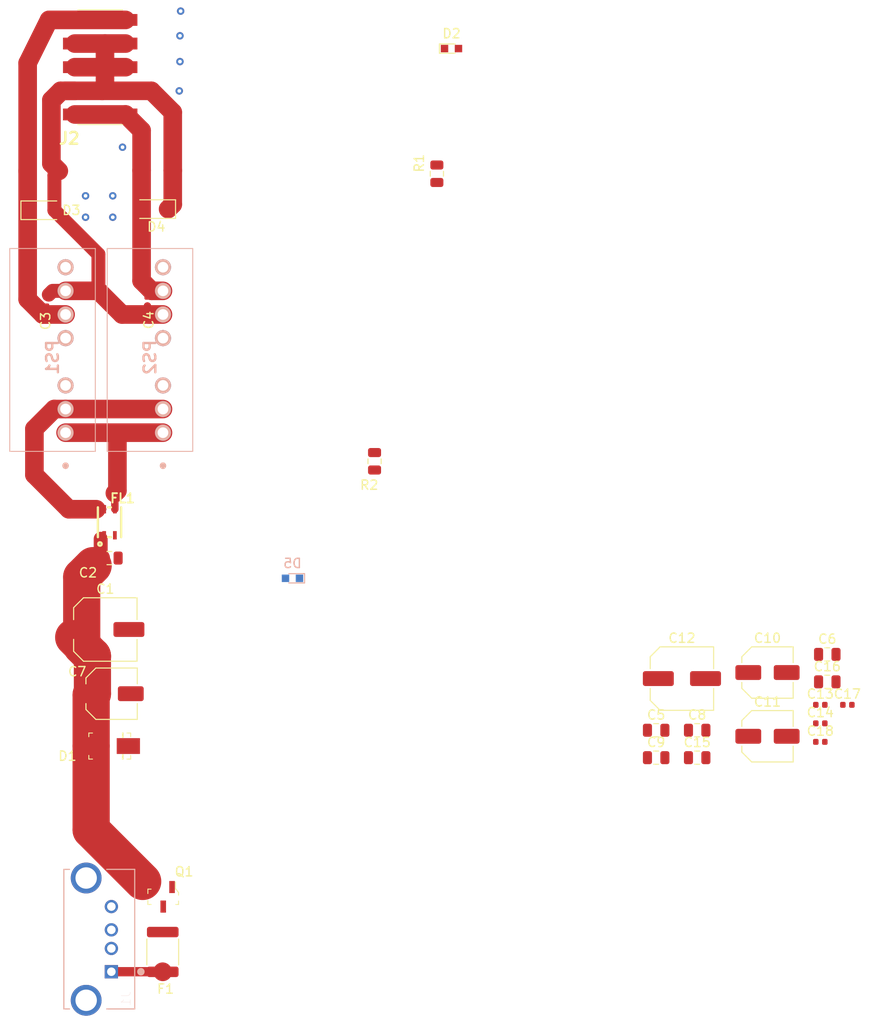
<source format=kicad_pcb>
(kicad_pcb (version 20171130) (host pcbnew "(5.1.6-0-10_14)")

  (general
    (thickness 1.6)
    (drawings 6)
    (tracks 102)
    (zones 0)
    (modules 32)
    (nets 23)
  )

  (page A4)
  (layers
    (0 F.Cu signal)
    (31 B.Cu signal)
    (32 B.Adhes user)
    (33 F.Adhes user)
    (34 B.Paste user)
    (35 F.Paste user)
    (36 B.SilkS user)
    (37 F.SilkS user)
    (38 B.Mask user)
    (39 F.Mask user)
    (40 Dwgs.User user)
    (41 Cmts.User user)
    (42 Eco1.User user)
    (43 Eco2.User user)
    (44 Edge.Cuts user)
    (45 Margin user)
    (46 B.CrtYd user)
    (47 F.CrtYd user)
    (48 B.Fab user)
    (49 F.Fab user)
  )

  (setup
    (last_trace_width 0.5)
    (user_trace_width 0.2)
    (user_trace_width 0.25)
    (user_trace_width 0.3)
    (user_trace_width 0.45)
    (user_trace_width 0.5)
    (user_trace_width 0.8)
    (user_trace_width 1)
    (user_trace_width 1.5)
    (user_trace_width 2)
    (user_trace_width 4)
    (trace_clearance 0.2)
    (zone_clearance 0.254)
    (zone_45_only no)
    (trace_min 0.2)
    (via_size 0.8)
    (via_drill 0.4)
    (via_min_size 0.4)
    (via_min_drill 0.3)
    (uvia_size 0.3)
    (uvia_drill 0.1)
    (uvias_allowed no)
    (uvia_min_size 0.2)
    (uvia_min_drill 0.1)
    (edge_width 0.05)
    (segment_width 0.2)
    (pcb_text_width 0.3)
    (pcb_text_size 1.5 1.5)
    (mod_edge_width 0.12)
    (mod_text_size 1 1)
    (mod_text_width 0.15)
    (pad_size 1.428 1.428)
    (pad_drill 0.92)
    (pad_to_mask_clearance 0.05)
    (aux_axis_origin 0 0)
    (visible_elements FFFFFF7F)
    (pcbplotparams
      (layerselection 0x010fc_ffffffff)
      (usegerberextensions false)
      (usegerberattributes true)
      (usegerberadvancedattributes true)
      (creategerberjobfile true)
      (excludeedgelayer true)
      (linewidth 0.100000)
      (plotframeref false)
      (viasonmask false)
      (mode 1)
      (useauxorigin false)
      (hpglpennumber 1)
      (hpglpenspeed 20)
      (hpglpendiameter 15.000000)
      (psnegative false)
      (psa4output false)
      (plotreference true)
      (plotvalue true)
      (plotinvisibletext false)
      (padsonsilk false)
      (subtractmaskfromsilk false)
      (outputformat 1)
      (mirror false)
      (drillshape 0)
      (scaleselection 1)
      (outputdirectory "Gerber/"))
  )

  (net 0 "")
  (net 1 "Net-(C1-Pad1)")
  (net 2 +5V)
  (net 3 0V)
  (net 4 -12V)
  (net 5 +12V)
  (net 6 "Net-(F1-Pad1)")
  (net 7 "Net-(J1-Pad2)")
  (net 8 "Net-(J1-Pad3)")
  (net 9 +Vin)
  (net 10 -Vin)
  (net 11 "Net-(PS1-Pad5)")
  (net 12 "Net-(PS1-Pad8)")
  (net 13 "Net-(PS2-Pad8)")
  (net 14 "Net-(PS2-Pad5)")
  (net 15 GND)
  (net 16 "Net-(D2-Pad1)")
  (net 17 "Net-(D5-Pad1)")
  (net 18 "Net-(PS1-Pad3)")
  (net 19 "Net-(PS2-Pad3)")
  (net 20 "Net-(C13-Pad2)")
  (net 21 "Net-(C13-Pad1)")
  (net 22 "Net-(FB3-Pad2)")

  (net_class Default "This is the default net class."
    (clearance 0.2)
    (trace_width 0.25)
    (via_dia 0.8)
    (via_drill 0.4)
    (uvia_dia 0.3)
    (uvia_drill 0.1)
    (add_net +12V)
    (add_net +5V)
    (add_net +Vin)
    (add_net -12V)
    (add_net -Vin)
    (add_net 0V)
    (add_net GND)
    (add_net "Net-(C1-Pad1)")
    (add_net "Net-(C13-Pad1)")
    (add_net "Net-(C13-Pad2)")
    (add_net "Net-(D2-Pad1)")
    (add_net "Net-(D5-Pad1)")
    (add_net "Net-(F1-Pad1)")
    (add_net "Net-(FB3-Pad2)")
    (add_net "Net-(J1-Pad2)")
    (add_net "Net-(J1-Pad3)")
    (add_net "Net-(PS1-Pad3)")
    (add_net "Net-(PS1-Pad5)")
    (add_net "Net-(PS1-Pad8)")
    (add_net "Net-(PS2-Pad3)")
    (add_net "Net-(PS2-Pad5)")
    (add_net "Net-(PS2-Pad8)")
  )

  (module Capacitor_SMD:C_0402_1005Metric (layer F.Cu) (tedit 5B301BBE) (tstamp 5FF1D1FC)
    (at 133.625 80.45 90)
    (descr "Capacitor SMD 0402 (1005 Metric), square (rectangular) end terminal, IPC_7351 nominal, (Body size source: http://www.tortai-tech.com/upload/download/2011102023233369053.pdf), generated with kicad-footprint-generator")
    (tags capacitor)
    (path /5FEB06CB)
    (attr smd)
    (fp_text reference C3 (at -2.075 -0.075 90) (layer F.SilkS)
      (effects (font (size 1 1) (thickness 0.15)))
    )
    (fp_text value 100nF (at 0 1.17 90) (layer F.Fab) hide
      (effects (font (size 1 1) (thickness 0.15)))
    )
    (fp_line (start -0.5 0.25) (end -0.5 -0.25) (layer F.Fab) (width 0.1))
    (fp_line (start -0.5 -0.25) (end 0.5 -0.25) (layer F.Fab) (width 0.1))
    (fp_line (start 0.5 -0.25) (end 0.5 0.25) (layer F.Fab) (width 0.1))
    (fp_line (start 0.5 0.25) (end -0.5 0.25) (layer F.Fab) (width 0.1))
    (fp_line (start -0.93 0.47) (end -0.93 -0.47) (layer F.CrtYd) (width 0.05))
    (fp_line (start -0.93 -0.47) (end 0.93 -0.47) (layer F.CrtYd) (width 0.05))
    (fp_line (start 0.93 -0.47) (end 0.93 0.47) (layer F.CrtYd) (width 0.05))
    (fp_line (start 0.93 0.47) (end -0.93 0.47) (layer F.CrtYd) (width 0.05))
    (fp_text user %R (at 0 0 90) (layer F.Fab)
      (effects (font (size 0.25 0.25) (thickness 0.04)))
    )
    (pad 1 smd roundrect (at -0.485 0 90) (size 0.59 0.64) (layers F.Cu F.Paste F.Mask) (roundrect_rratio 0.25)
      (net 5 +12V))
    (pad 2 smd roundrect (at 0.485 0 90) (size 0.59 0.64) (layers F.Cu F.Paste F.Mask) (roundrect_rratio 0.25)
      (net 3 0V))
    (model ${KISYS3DMOD}/Capacitor_SMD.3dshapes/C_0402_1005Metric.wrl
      (at (xyz 0 0 0))
      (scale (xyz 1 1 1))
      (rotate (xyz 0 0 0))
    )
  )

  (module Resistor_SMD:R_0805_2012Metric (layer F.Cu) (tedit 5B36C52B) (tstamp 5FF87959)
    (at 175.625 66.7 90)
    (descr "Resistor SMD 0805 (2012 Metric), square (rectangular) end terminal, IPC_7351 nominal, (Body size source: https://docs.google.com/spreadsheets/d/1BsfQQcO9C6DZCsRaXUlFlo91Tg2WpOkGARC1WS5S8t0/edit?usp=sharing), generated with kicad-footprint-generator")
    (tags resistor)
    (path /5FE234A2)
    (attr smd)
    (fp_text reference R1 (at 1.125 -1.9 90) (layer F.SilkS)
      (effects (font (size 1 1) (thickness 0.15)))
    )
    (fp_text value 1K (at 0 1.65 90) (layer F.Fab) hide
      (effects (font (size 1 1) (thickness 0.15)))
    )
    (fp_line (start -1 0.6) (end -1 -0.6) (layer F.Fab) (width 0.1))
    (fp_line (start -1 -0.6) (end 1 -0.6) (layer F.Fab) (width 0.1))
    (fp_line (start 1 -0.6) (end 1 0.6) (layer F.Fab) (width 0.1))
    (fp_line (start 1 0.6) (end -1 0.6) (layer F.Fab) (width 0.1))
    (fp_line (start -0.258578 -0.71) (end 0.258578 -0.71) (layer F.SilkS) (width 0.12))
    (fp_line (start -0.258578 0.71) (end 0.258578 0.71) (layer F.SilkS) (width 0.12))
    (fp_line (start -1.68 0.95) (end -1.68 -0.95) (layer F.CrtYd) (width 0.05))
    (fp_line (start -1.68 -0.95) (end 1.68 -0.95) (layer F.CrtYd) (width 0.05))
    (fp_line (start 1.68 -0.95) (end 1.68 0.95) (layer F.CrtYd) (width 0.05))
    (fp_line (start 1.68 0.95) (end -1.68 0.95) (layer F.CrtYd) (width 0.05))
    (fp_text user %R (at 0 0 90) (layer F.Fab)
      (effects (font (size 0.5 0.5) (thickness 0.08)))
    )
    (pad 1 smd roundrect (at -0.9375 0 90) (size 0.975 1.4) (layers F.Cu F.Paste F.Mask) (roundrect_rratio 0.25)
      (net 16 "Net-(D2-Pad1)"))
    (pad 2 smd roundrect (at 0.9375 0 90) (size 0.975 1.4) (layers F.Cu F.Paste F.Mask) (roundrect_rratio 0.25)
      (net 3 0V))
    (model ${KISYS3DMOD}/Resistor_SMD.3dshapes/R_0805_2012Metric.wrl
      (at (xyz 0 0 0))
      (scale (xyz 1 1 1))
      (rotate (xyz 0 0 0))
    )
  )

  (module RS6-0512S:RS60512S (layer B.Cu) (tedit 5FE312CB) (tstamp 5FF1CD2B)
    (at 146.175 94.525 90)
    (descr RS6-0512S-1)
    (tags "Power Supply")
    (path /5FE68DDD)
    (fp_text reference PS2 (at 8.095 -1.4 -90) (layer B.SilkS)
      (effects (font (size 1.27 1.27) (thickness 0.254)) (justify mirror))
    )
    (fp_text value RS6-0512S (at 8.095 -1.4 -90) (layer B.SilkS) hide
      (effects (font (size 1.27 1.27) (thickness 0.254)) (justify mirror))
    )
    (fp_line (start -2.01 3.2) (end 19.79 3.2) (layer Dwgs.User) (width 0.2))
    (fp_line (start 19.79 3.2) (end 19.79 -6) (layer Dwgs.User) (width 0.2))
    (fp_line (start 19.79 -6) (end -2.01 -6) (layer Dwgs.User) (width 0.2))
    (fp_line (start -2.01 -6) (end -2.01 3.2) (layer Dwgs.User) (width 0.2))
    (fp_line (start -2.01 3.2) (end 19.79 3.2) (layer B.SilkS) (width 0.1))
    (fp_line (start 19.79 3.2) (end 19.79 -6) (layer B.SilkS) (width 0.1))
    (fp_line (start 19.79 -6) (end -2.01 -6) (layer B.SilkS) (width 0.1))
    (fp_line (start -2.01 -6) (end -2.01 3.2) (layer B.SilkS) (width 0.1))
    (fp_line (start -4.6 4.2) (end 20.79 4.2) (layer Dwgs.User) (width 0.1))
    (fp_line (start 20.79 4.2) (end 20.79 -7) (layer Dwgs.User) (width 0.1))
    (fp_line (start 20.79 -7) (end -4.6 -7) (layer Dwgs.User) (width 0.1))
    (fp_line (start -4.6 -7) (end -4.6 4.2) (layer Dwgs.User) (width 0.1))
    (fp_line (start -3.5 0) (end -3.5 0) (layer B.SilkS) (width 0.6))
    (fp_line (start -3.6 0) (end -3.6 0) (layer B.SilkS) (width 0.6))
    (fp_arc (start -3.55 0) (end -3.6 0) (angle 180) (layer B.SilkS) (width 0.6))
    (fp_arc (start -3.55 0) (end -3.5 0) (angle 180) (layer B.SilkS) (width 0.6))
    (pad 8 thru_hole circle (at 17.78 0) (size 1.725 1.725) (drill 1.15) (layers *.Cu *.Mask B.SilkS)
      (net 13 "Net-(PS2-Pad8)"))
    (pad 7 thru_hole circle (at 15.24 0) (size 1.725 1.725) (drill 1.15) (layers *.Cu *.Mask B.SilkS)
      (net 4 -12V))
    (pad 6 thru_hole circle (at 12.7 0) (size 1.725 1.725) (drill 1.15) (layers *.Cu *.Mask B.SilkS)
      (net 3 0V))
    (pad 5 thru_hole circle (at 10.16 0) (size 1.725 1.725) (drill 1.15) (layers *.Cu *.Mask B.SilkS)
      (net 14 "Net-(PS2-Pad5)"))
    (pad 3 thru_hole circle (at 5.08 0) (size 1.725 1.725) (drill 1.15) (layers *.Cu *.Mask B.SilkS)
      (net 19 "Net-(PS2-Pad3)"))
    (pad 2 thru_hole circle (at 2.54 0) (size 1.725 1.725) (drill 1.15) (layers *.Cu *.Mask B.SilkS)
      (net 9 +Vin))
    (pad 1 thru_hole circle (at 0 0) (size 1.725 1.725) (drill 1.15) (layers *.Cu *.Mask B.SilkS)
      (net 10 -Vin))
    (model ${KIPRJMOD}/CustomSymbols/RS6-0512S/3D/RS6-0512S.stp
      (at (xyz 0 0 0))
      (scale (xyz 1 1 1))
      (rotate (xyz 0 0 0))
    )
  )

  (module Capacitor_SMD:C_Elec_6.3x7.7 (layer F.Cu) (tedit 5BC8D926) (tstamp 5FF1BABD)
    (at 139.975 115.675)
    (descr "SMD capacitor, aluminum electrolytic nonpolar, 6.3x7.7mm")
    (tags "capacitor electrolyic nonpolar")
    (path /5FE096E1)
    (attr smd)
    (fp_text reference C1 (at 0 -4.35 180) (layer F.SilkS)
      (effects (font (size 1 1) (thickness 0.15)))
    )
    (fp_text value 220uF (at 0 4.35 180) (layer F.Fab) hide
      (effects (font (size 1 1) (thickness 0.15)))
    )
    (fp_circle (center 0 0) (end 3.15 0) (layer F.Fab) (width 0.1))
    (fp_line (start 3.3 -3.3) (end 3.3 3.3) (layer F.Fab) (width 0.1))
    (fp_line (start -2.3 -3.3) (end 3.3 -3.3) (layer F.Fab) (width 0.1))
    (fp_line (start -2.3 3.3) (end 3.3 3.3) (layer F.Fab) (width 0.1))
    (fp_line (start -3.3 -2.3) (end -3.3 2.3) (layer F.Fab) (width 0.1))
    (fp_line (start -3.3 -2.3) (end -2.3 -3.3) (layer F.Fab) (width 0.1))
    (fp_line (start -3.3 2.3) (end -2.3 3.3) (layer F.Fab) (width 0.1))
    (fp_line (start 3.41 3.41) (end 3.41 1.06) (layer F.SilkS) (width 0.12))
    (fp_line (start 3.41 -3.41) (end 3.41 -1.06) (layer F.SilkS) (width 0.12))
    (fp_line (start -2.345563 -3.41) (end 3.41 -3.41) (layer F.SilkS) (width 0.12))
    (fp_line (start -2.345563 3.41) (end 3.41 3.41) (layer F.SilkS) (width 0.12))
    (fp_line (start -3.41 2.345563) (end -3.41 1.06) (layer F.SilkS) (width 0.12))
    (fp_line (start -3.41 -2.345563) (end -3.41 -1.06) (layer F.SilkS) (width 0.12))
    (fp_line (start -3.41 -2.345563) (end -2.345563 -3.41) (layer F.SilkS) (width 0.12))
    (fp_line (start -3.41 2.345563) (end -2.345563 3.41) (layer F.SilkS) (width 0.12))
    (fp_line (start 3.55 -3.55) (end 3.55 -1.05) (layer F.CrtYd) (width 0.05))
    (fp_line (start 3.55 -1.05) (end 4.45 -1.05) (layer F.CrtYd) (width 0.05))
    (fp_line (start 4.45 -1.05) (end 4.45 1.05) (layer F.CrtYd) (width 0.05))
    (fp_line (start 4.45 1.05) (end 3.55 1.05) (layer F.CrtYd) (width 0.05))
    (fp_line (start 3.55 1.05) (end 3.55 3.55) (layer F.CrtYd) (width 0.05))
    (fp_line (start -2.4 3.55) (end 3.55 3.55) (layer F.CrtYd) (width 0.05))
    (fp_line (start -2.4 -3.55) (end 3.55 -3.55) (layer F.CrtYd) (width 0.05))
    (fp_line (start -3.55 2.4) (end -2.4 3.55) (layer F.CrtYd) (width 0.05))
    (fp_line (start -3.55 -2.4) (end -2.4 -3.55) (layer F.CrtYd) (width 0.05))
    (fp_line (start -3.55 -2.4) (end -3.55 -1.05) (layer F.CrtYd) (width 0.05))
    (fp_line (start -3.55 1.05) (end -3.55 2.4) (layer F.CrtYd) (width 0.05))
    (fp_line (start -3.55 -1.05) (end -4.45 -1.05) (layer F.CrtYd) (width 0.05))
    (fp_line (start -4.45 -1.05) (end -4.45 1.05) (layer F.CrtYd) (width 0.05))
    (fp_line (start -4.45 1.05) (end -3.55 1.05) (layer F.CrtYd) (width 0.05))
    (fp_text user %R (at 0 0 180) (layer F.Fab)
      (effects (font (size 1 1) (thickness 0.15)))
    )
    (pad 1 smd roundrect (at -2.5375 0) (size 3.325 1.6) (layers F.Cu F.Paste F.Mask) (roundrect_rratio 0.15625)
      (net 1 "Net-(C1-Pad1)"))
    (pad 2 smd roundrect (at 2.5375 0) (size 3.325 1.6) (layers F.Cu F.Paste F.Mask) (roundrect_rratio 0.15625)
      (net 15 GND))
    (model ${KISYS3DMOD}/Capacitor_SMD.3dshapes/C_Elec_6.3x7.7.wrl
      (at (xyz 0 0 0))
      (scale (xyz 1 1 1))
      (rotate (xyz 0 0 0))
    )
  )

  (module Capacitor_SMD:C_0805_2012Metric (layer F.Cu) (tedit 5B36C52B) (tstamp 5FFD8476)
    (at 140.4125 108)
    (descr "Capacitor SMD 0805 (2012 Metric), square (rectangular) end terminal, IPC_7351 nominal, (Body size source: https://docs.google.com/spreadsheets/d/1BsfQQcO9C6DZCsRaXUlFlo91Tg2WpOkGARC1WS5S8t0/edit?usp=sharing), generated with kicad-footprint-generator")
    (tags capacitor)
    (path /5FEA4264)
    (attr smd)
    (fp_text reference C2 (at -2.3 1.575) (layer F.SilkS)
      (effects (font (size 1 1) (thickness 0.15)))
    )
    (fp_text value 22uF (at 0 1.65) (layer F.Fab) hide
      (effects (font (size 1 1) (thickness 0.15)))
    )
    (fp_line (start 1.68 0.95) (end -1.68 0.95) (layer F.CrtYd) (width 0.05))
    (fp_line (start 1.68 -0.95) (end 1.68 0.95) (layer F.CrtYd) (width 0.05))
    (fp_line (start -1.68 -0.95) (end 1.68 -0.95) (layer F.CrtYd) (width 0.05))
    (fp_line (start -1.68 0.95) (end -1.68 -0.95) (layer F.CrtYd) (width 0.05))
    (fp_line (start -0.258578 0.71) (end 0.258578 0.71) (layer F.SilkS) (width 0.12))
    (fp_line (start -0.258578 -0.71) (end 0.258578 -0.71) (layer F.SilkS) (width 0.12))
    (fp_line (start 1 0.6) (end -1 0.6) (layer F.Fab) (width 0.1))
    (fp_line (start 1 -0.6) (end 1 0.6) (layer F.Fab) (width 0.1))
    (fp_line (start -1 -0.6) (end 1 -0.6) (layer F.Fab) (width 0.1))
    (fp_line (start -1 0.6) (end -1 -0.6) (layer F.Fab) (width 0.1))
    (fp_text user %R (at 0 0) (layer F.Fab)
      (effects (font (size 0.5 0.5) (thickness 0.08)))
    )
    (pad 2 smd roundrect (at 0.9375 0) (size 0.975 1.4) (layers F.Cu F.Paste F.Mask) (roundrect_rratio 0.25)
      (net 15 GND))
    (pad 1 smd roundrect (at -0.9375 0) (size 0.975 1.4) (layers F.Cu F.Paste F.Mask) (roundrect_rratio 0.25)
      (net 1 "Net-(C1-Pad1)"))
    (model ${KISYS3DMOD}/Capacitor_SMD.3dshapes/C_0805_2012Metric.wrl
      (at (xyz 0 0 0))
      (scale (xyz 1 1 1))
      (rotate (xyz 0 0 0))
    )
  )

  (module Capacitor_SMD:C_0402_1005Metric (layer F.Cu) (tedit 5B301BBE) (tstamp 5FFD93CB)
    (at 144.5 80.425 90)
    (descr "Capacitor SMD 0402 (1005 Metric), square (rectangular) end terminal, IPC_7351 nominal, (Body size source: http://www.tortai-tech.com/upload/download/2011102023233369053.pdf), generated with kicad-footprint-generator")
    (tags capacitor)
    (path /5FEB46EE)
    (attr smd)
    (fp_text reference C4 (at -2 0.15 90) (layer F.SilkS)
      (effects (font (size 1 1) (thickness 0.15)))
    )
    (fp_text value 100nF (at 0 1.17 90) (layer F.Fab) hide
      (effects (font (size 1 1) (thickness 0.15)))
    )
    (fp_line (start 0.93 0.47) (end -0.93 0.47) (layer F.CrtYd) (width 0.05))
    (fp_line (start 0.93 -0.47) (end 0.93 0.47) (layer F.CrtYd) (width 0.05))
    (fp_line (start -0.93 -0.47) (end 0.93 -0.47) (layer F.CrtYd) (width 0.05))
    (fp_line (start -0.93 0.47) (end -0.93 -0.47) (layer F.CrtYd) (width 0.05))
    (fp_line (start 0.5 0.25) (end -0.5 0.25) (layer F.Fab) (width 0.1))
    (fp_line (start 0.5 -0.25) (end 0.5 0.25) (layer F.Fab) (width 0.1))
    (fp_line (start -0.5 -0.25) (end 0.5 -0.25) (layer F.Fab) (width 0.1))
    (fp_line (start -0.5 0.25) (end -0.5 -0.25) (layer F.Fab) (width 0.1))
    (fp_text user %R (at 0 0 90) (layer F.Fab)
      (effects (font (size 0.25 0.25) (thickness 0.04)))
    )
    (pad 2 smd roundrect (at 0.485 0 90) (size 0.59 0.64) (layers F.Cu F.Paste F.Mask) (roundrect_rratio 0.25)
      (net 4 -12V))
    (pad 1 smd roundrect (at -0.485 0 90) (size 0.59 0.64) (layers F.Cu F.Paste F.Mask) (roundrect_rratio 0.25)
      (net 3 0V))
    (model ${KISYS3DMOD}/Capacitor_SMD.3dshapes/C_0402_1005Metric.wrl
      (at (xyz 0 0 0))
      (scale (xyz 1 1 1))
      (rotate (xyz 0 0 0))
    )
  )

  (module Capacitor_SMD:C_Elec_5x5.4 (layer F.Cu) (tedit 5BC8D926) (tstamp 5FEADF30)
    (at 140.65 122.575)
    (descr "SMD capacitor, aluminum electrolytic nonpolar, 5.0x5.4mm")
    (tags "capacitor electrolyic nonpolar")
    (path /5FE548E0)
    (attr smd)
    (fp_text reference C7 (at -3.7 -2.375 180) (layer F.SilkS)
      (effects (font (size 1 1) (thickness 0.15)))
    )
    (fp_text value 47uF (at 0.275 1.575 180) (layer F.Fab) hide
      (effects (font (size 1 1) (thickness 0.15)))
    )
    (fp_circle (center 0 0) (end 2.5 0) (layer F.Fab) (width 0.1))
    (fp_line (start 2.65 -2.65) (end 2.65 2.65) (layer F.Fab) (width 0.1))
    (fp_line (start -1.65 -2.65) (end 2.65 -2.65) (layer F.Fab) (width 0.1))
    (fp_line (start -1.65 2.65) (end 2.65 2.65) (layer F.Fab) (width 0.1))
    (fp_line (start -2.65 -1.65) (end -2.65 1.65) (layer F.Fab) (width 0.1))
    (fp_line (start -2.65 -1.65) (end -1.65 -2.65) (layer F.Fab) (width 0.1))
    (fp_line (start -2.65 1.65) (end -1.65 2.65) (layer F.Fab) (width 0.1))
    (fp_line (start 2.76 2.76) (end 2.76 1.06) (layer F.SilkS) (width 0.12))
    (fp_line (start 2.76 -2.76) (end 2.76 -1.06) (layer F.SilkS) (width 0.12))
    (fp_line (start -1.695563 -2.76) (end 2.76 -2.76) (layer F.SilkS) (width 0.12))
    (fp_line (start -1.695563 2.76) (end 2.76 2.76) (layer F.SilkS) (width 0.12))
    (fp_line (start -2.76 1.695563) (end -2.76 1.06) (layer F.SilkS) (width 0.12))
    (fp_line (start -2.76 -1.695563) (end -2.76 -1.06) (layer F.SilkS) (width 0.12))
    (fp_line (start -2.76 -1.695563) (end -1.695563 -2.76) (layer F.SilkS) (width 0.12))
    (fp_line (start -2.76 1.695563) (end -1.695563 2.76) (layer F.SilkS) (width 0.12))
    (fp_line (start 2.9 -2.9) (end 2.9 -1.05) (layer F.CrtYd) (width 0.05))
    (fp_line (start 2.9 -1.05) (end 3.7 -1.05) (layer F.CrtYd) (width 0.05))
    (fp_line (start 3.7 -1.05) (end 3.7 1.05) (layer F.CrtYd) (width 0.05))
    (fp_line (start 3.7 1.05) (end 2.9 1.05) (layer F.CrtYd) (width 0.05))
    (fp_line (start 2.9 1.05) (end 2.9 2.9) (layer F.CrtYd) (width 0.05))
    (fp_line (start -1.75 2.9) (end 2.9 2.9) (layer F.CrtYd) (width 0.05))
    (fp_line (start -1.75 -2.9) (end 2.9 -2.9) (layer F.CrtYd) (width 0.05))
    (fp_line (start -2.9 1.75) (end -1.75 2.9) (layer F.CrtYd) (width 0.05))
    (fp_line (start -2.9 -1.75) (end -1.75 -2.9) (layer F.CrtYd) (width 0.05))
    (fp_line (start -2.9 -1.75) (end -2.9 -1.05) (layer F.CrtYd) (width 0.05))
    (fp_line (start -2.9 1.05) (end -2.9 1.75) (layer F.CrtYd) (width 0.05))
    (fp_line (start -2.9 -1.05) (end -3.7 -1.05) (layer F.CrtYd) (width 0.05))
    (fp_line (start -3.7 -1.05) (end -3.7 1.05) (layer F.CrtYd) (width 0.05))
    (fp_line (start -3.7 1.05) (end -2.9 1.05) (layer F.CrtYd) (width 0.05))
    (fp_text user %R (at 0 0 180) (layer F.Fab)
      (effects (font (size 1 1) (thickness 0.15)))
    )
    (pad 1 smd roundrect (at -2.0625 0) (size 2.775 1.6) (layers F.Cu F.Paste F.Mask) (roundrect_rratio 0.15625)
      (net 1 "Net-(C1-Pad1)"))
    (pad 2 smd roundrect (at 2.0625 0) (size 2.775 1.6) (layers F.Cu F.Paste F.Mask) (roundrect_rratio 0.15625)
      (net 15 GND))
    (model ${KISYS3DMOD}/Capacitor_SMD.3dshapes/C_Elec_5x5.4.wrl
      (at (xyz 0 0 0))
      (scale (xyz 1 1 1))
      (rotate (xyz 0 0 0))
    )
  )

  (module Diode_SMD:D_SOD-123F (layer F.Cu) (tedit 587F7769) (tstamp 5FF1D155)
    (at 133.1 70.625)
    (descr D_SOD-123F)
    (tags D_SOD-123F)
    (path /5FE6DCB8)
    (attr smd)
    (fp_text reference D3 (at 3.225 0) (layer F.SilkS)
      (effects (font (size 1 1) (thickness 0.15)))
    )
    (fp_text value 1N4007 (at 0 2.1) (layer F.Fab) hide
      (effects (font (size 1 1) (thickness 0.15)))
    )
    (fp_line (start -2.2 -1) (end -2.2 1) (layer F.SilkS) (width 0.12))
    (fp_line (start 0.25 0) (end 0.75 0) (layer F.Fab) (width 0.1))
    (fp_line (start 0.25 0.4) (end -0.35 0) (layer F.Fab) (width 0.1))
    (fp_line (start 0.25 -0.4) (end 0.25 0.4) (layer F.Fab) (width 0.1))
    (fp_line (start -0.35 0) (end 0.25 -0.4) (layer F.Fab) (width 0.1))
    (fp_line (start -0.35 0) (end -0.35 0.55) (layer F.Fab) (width 0.1))
    (fp_line (start -0.35 0) (end -0.35 -0.55) (layer F.Fab) (width 0.1))
    (fp_line (start -0.75 0) (end -0.35 0) (layer F.Fab) (width 0.1))
    (fp_line (start -1.4 0.9) (end -1.4 -0.9) (layer F.Fab) (width 0.1))
    (fp_line (start 1.4 0.9) (end -1.4 0.9) (layer F.Fab) (width 0.1))
    (fp_line (start 1.4 -0.9) (end 1.4 0.9) (layer F.Fab) (width 0.1))
    (fp_line (start -1.4 -0.9) (end 1.4 -0.9) (layer F.Fab) (width 0.1))
    (fp_line (start -2.2 -1.15) (end 2.2 -1.15) (layer F.CrtYd) (width 0.05))
    (fp_line (start 2.2 -1.15) (end 2.2 1.15) (layer F.CrtYd) (width 0.05))
    (fp_line (start 2.2 1.15) (end -2.2 1.15) (layer F.CrtYd) (width 0.05))
    (fp_line (start -2.2 -1.15) (end -2.2 1.15) (layer F.CrtYd) (width 0.05))
    (fp_line (start -2.2 1) (end 1.65 1) (layer F.SilkS) (width 0.12))
    (fp_line (start -2.2 -1) (end 1.65 -1) (layer F.SilkS) (width 0.12))
    (fp_text user %R (at -0.127 -1.905) (layer F.Fab) hide
      (effects (font (size 1 1) (thickness 0.15)))
    )
    (pad 1 smd rect (at -1.4 0) (size 1.1 1.1) (layers F.Cu F.Paste F.Mask)
      (net 21 "Net-(C13-Pad1)"))
    (pad 2 smd rect (at 1.4 0) (size 1.1 1.1) (layers F.Cu F.Paste F.Mask)
      (net 20 "Net-(C13-Pad2)"))
    (model ${KISYS3DMOD}/Diode_SMD.3dshapes/D_SOD-123F.wrl
      (at (xyz 0 0 0))
      (scale (xyz 1 1 1))
      (rotate (xyz 0 0 0))
    )
  )

  (module Diode_SMD:D_SOD-123F (layer F.Cu) (tedit 587F7769) (tstamp 5FF1CCB1)
    (at 145.325 70.5 180)
    (descr D_SOD-123F)
    (tags D_SOD-123F)
    (path /5FE81B4A)
    (attr smd)
    (fp_text reference D4 (at -0.127 -1.905) (layer F.SilkS)
      (effects (font (size 1 1) (thickness 0.15)))
    )
    (fp_text value 1N4007 (at 0 2.1) (layer F.Fab) hide
      (effects (font (size 1 1) (thickness 0.15)))
    )
    (fp_line (start -2.2 -1) (end 1.65 -1) (layer F.SilkS) (width 0.12))
    (fp_line (start -2.2 1) (end 1.65 1) (layer F.SilkS) (width 0.12))
    (fp_line (start -2.2 -1.15) (end -2.2 1.15) (layer F.CrtYd) (width 0.05))
    (fp_line (start 2.2 1.15) (end -2.2 1.15) (layer F.CrtYd) (width 0.05))
    (fp_line (start 2.2 -1.15) (end 2.2 1.15) (layer F.CrtYd) (width 0.05))
    (fp_line (start -2.2 -1.15) (end 2.2 -1.15) (layer F.CrtYd) (width 0.05))
    (fp_line (start -1.4 -0.9) (end 1.4 -0.9) (layer F.Fab) (width 0.1))
    (fp_line (start 1.4 -0.9) (end 1.4 0.9) (layer F.Fab) (width 0.1))
    (fp_line (start 1.4 0.9) (end -1.4 0.9) (layer F.Fab) (width 0.1))
    (fp_line (start -1.4 0.9) (end -1.4 -0.9) (layer F.Fab) (width 0.1))
    (fp_line (start -0.75 0) (end -0.35 0) (layer F.Fab) (width 0.1))
    (fp_line (start -0.35 0) (end -0.35 -0.55) (layer F.Fab) (width 0.1))
    (fp_line (start -0.35 0) (end -0.35 0.55) (layer F.Fab) (width 0.1))
    (fp_line (start -0.35 0) (end 0.25 -0.4) (layer F.Fab) (width 0.1))
    (fp_line (start 0.25 -0.4) (end 0.25 0.4) (layer F.Fab) (width 0.1))
    (fp_line (start 0.25 0.4) (end -0.35 0) (layer F.Fab) (width 0.1))
    (fp_line (start 0.25 0) (end 0.75 0) (layer F.Fab) (width 0.1))
    (fp_line (start -2.2 -1) (end -2.2 1) (layer F.SilkS) (width 0.12))
    (fp_text user %R (at -0.127 -1.905) (layer F.Fab)
      (effects (font (size 1 1) (thickness 0.15)))
    )
    (pad 2 smd rect (at 1.4 0 180) (size 1.1 1.1) (layers F.Cu F.Paste F.Mask)
      (net 4 -12V))
    (pad 1 smd rect (at -1.4 0 180) (size 1.1 1.1) (layers F.Cu F.Paste F.Mask)
      (net 20 "Net-(C13-Pad2)"))
    (model ${KISYS3DMOD}/Diode_SMD.3dshapes/D_SOD-123F.wrl
      (at (xyz 0 0 0))
      (scale (xyz 1 1 1))
      (rotate (xyz 0 0 0))
    )
  )

  (module Fuse:Fuse_1812_4532Metric (layer F.Cu) (tedit 5B301BBE) (tstamp 5FEADF96)
    (at 146.15 150.325 90)
    (descr "Fuse SMD 1812 (4532 Metric), square (rectangular) end terminal, IPC_7351 nominal, (Body size source: https://www.nikhef.nl/pub/departments/mt/projects/detectorR_D/dtddice/ERJ2G.pdf), generated with kicad-footprint-generator")
    (tags resistor)
    (path /5FE1FDB4)
    (attr smd)
    (fp_text reference F1 (at -3.975 0.3 180) (layer F.SilkS)
      (effects (font (size 1 1) (thickness 0.15)))
    )
    (fp_text value 1.1A (at 0 2.65 90) (layer F.Fab) hide
      (effects (font (size 1 1) (thickness 0.15)))
    )
    (fp_line (start -2.25 1.6) (end -2.25 -1.6) (layer F.Fab) (width 0.1))
    (fp_line (start -2.25 -1.6) (end 2.25 -1.6) (layer F.Fab) (width 0.1))
    (fp_line (start 2.25 -1.6) (end 2.25 1.6) (layer F.Fab) (width 0.1))
    (fp_line (start 2.25 1.6) (end -2.25 1.6) (layer F.Fab) (width 0.1))
    (fp_line (start -1.386252 -1.71) (end 1.386252 -1.71) (layer F.SilkS) (width 0.12))
    (fp_line (start -1.386252 1.71) (end 1.386252 1.71) (layer F.SilkS) (width 0.12))
    (fp_line (start -2.95 1.95) (end -2.95 -1.95) (layer F.CrtYd) (width 0.05))
    (fp_line (start -2.95 -1.95) (end 2.95 -1.95) (layer F.CrtYd) (width 0.05))
    (fp_line (start 2.95 -1.95) (end 2.95 1.95) (layer F.CrtYd) (width 0.05))
    (fp_line (start 2.95 1.95) (end -2.95 1.95) (layer F.CrtYd) (width 0.05))
    (fp_text user %R (at 0 0 90) (layer F.Fab) hide
      (effects (font (size 1 1) (thickness 0.15)))
    )
    (pad 1 smd roundrect (at -2.1375 0 90) (size 1.125 3.4) (layers F.Cu F.Paste F.Mask) (roundrect_rratio 0.222222)
      (net 6 "Net-(F1-Pad1)"))
    (pad 2 smd roundrect (at 2.1375 0 90) (size 1.125 3.4) (layers F.Cu F.Paste F.Mask) (roundrect_rratio 0.222222)
      (net 2 +5V))
    (model ${KIPRJMOD}/CustomSymbols/LIB_1812L110_16DR/3D/1812L110_16DR.stp
      (at (xyz 0 0 0))
      (scale (xyz 1 1 1))
      (rotate (xyz 0 0 0))
    )
  )

  (module ACP3225-102-2P-T000:ACP3225 (layer F.Cu) (tedit 5FEA04E8) (tstamp 5FEA6C4D)
    (at 140.425 104.15 90)
    (descr ACP3225)
    (tags Filter)
    (path /5FEA5D5D)
    (attr smd)
    (fp_text reference FL1 (at 2.575 1.4 180) (layer F.SilkS)
      (effects (font (size 1 1) (thickness 0.2)))
    )
    (fp_text value ACP3225-102-2P-T000 (at -0.326 -0.053 90) (layer F.SilkS) hide
      (effects (font (size 1.27 1.27) (thickness 0.254)))
    )
    (fp_line (start -1.6 -1.25) (end 1.6 -1.25) (layer Dwgs.User) (width 0.254))
    (fp_line (start 1.6 -1.25) (end 1.6 1.25) (layer Dwgs.User) (width 0.254))
    (fp_line (start 1.6 1.25) (end -1.6 1.25) (layer Dwgs.User) (width 0.254))
    (fp_line (start -1.6 1.25) (end -1.6 -1.25) (layer Dwgs.User) (width 0.254))
    (fp_line (start -1.6 -1.25) (end 1.6 -1.25) (layer F.SilkS) (width 0.254))
    (fp_line (start -1.6 1.25) (end 1.6 1.25) (layer F.SilkS) (width 0.254))
    (fp_line (start -1.6 -0.15) (end -1.6 0.15) (layer F.SilkS) (width 0.254))
    (fp_line (start 1.6 -0.15) (end 1.6 0.15) (layer F.SilkS) (width 0.254))
    (fp_circle (center -2.337 -1.027) (end -2.391 -1.027) (layer F.SilkS) (width 0.254))
    (pad 4 smd rect (at 1.4 -0.575 180) (size 0.4 0.9) (layers F.Cu F.Paste F.Mask)
      (net 22 "Net-(FB3-Pad2)"))
    (pad 3 smd rect (at 1.4 0.575 180) (size 0.4 0.9) (layers F.Cu F.Paste F.Mask)
      (net 10 -Vin))
    (pad 2 smd rect (at -1.4 0.575 180) (size 0.4 0.9) (layers F.Cu F.Paste F.Mask)
      (net 15 GND))
    (pad 1 smd rect (at -1.4 -0.575 180) (size 0.4 0.9) (layers F.Cu F.Paste F.Mask)
      (net 1 "Net-(C1-Pad1)"))
  )

  (module 1734366-1:TE_1734366-1 (layer B.Cu) (tedit 5FFD97D7) (tstamp 5FF1BBD3)
    (at 140.625 152.45 90)
    (path /5FE0D725)
    (fp_text reference J1 (at -2.9 1.575 90) (layer B.SilkS)
      (effects (font (size 1.001921 1.001921) (thickness 0.015)) (justify mirror))
    )
    (fp_text value 1734366-1 (at 3.81319 -6.99082 90) (layer B.Fab) hide
      (effects (font (size 1.000835 1.000835) (thickness 0.015)) (justify mirror))
    )
    (fp_line (start -4 2.51) (end 11 2.51) (layer B.Fab) (width 0.127))
    (fp_line (start 11 2.51) (end 11 -5.11) (layer B.Fab) (width 0.127))
    (fp_line (start 11 -5.11) (end -4 -5.11) (layer B.Fab) (width 0.127))
    (fp_line (start -4 -5.11) (end -4 2.51) (layer B.Fab) (width 0.127))
    (fp_line (start -4 2.51) (end 11 2.51) (layer B.SilkS) (width 0.127))
    (fp_line (start 11 2.51) (end 11 -0.5) (layer B.SilkS) (width 0.127))
    (fp_line (start -4 2.51) (end -4 -0.5) (layer B.SilkS) (width 0.127))
    (fp_line (start -4 -4.5) (end -4 -5.11) (layer B.SilkS) (width 0.127))
    (fp_line (start -4 -5.11) (end 11 -5.11) (layer B.SilkS) (width 0.127))
    (fp_line (start 11 -5.11) (end 11 -4.5) (layer B.SilkS) (width 0.127))
    (fp_line (start -4.95 2.76) (end 11.95 2.76) (layer B.CrtYd) (width 0.05))
    (fp_line (start 11.95 2.76) (end 11.95 -5.36) (layer B.CrtYd) (width 0.05))
    (fp_line (start 11.95 -5.36) (end -4.95 -5.36) (layer B.CrtYd) (width 0.05))
    (fp_line (start -4.95 -5.36) (end -4.95 2.76) (layer B.CrtYd) (width 0.05))
    (fp_circle (center 0 3.175) (end 0.2 3.175) (layer B.SilkS) (width 0.4))
    (fp_circle (center 0 1.27) (end 0.2 1.27) (layer B.Fab) (width 0.4))
    (pad 1 thru_hole rect (at 0 0 90) (size 1.428 1.428) (drill 0.92) (layers *.Cu *.Mask)
      (net 6 "Net-(F1-Pad1)") (zone_connect 1))
    (pad 2 thru_hole circle (at 2.5 0 90) (size 1.428 1.428) (drill 0.92) (layers *.Cu *.Mask)
      (net 7 "Net-(J1-Pad2)"))
    (pad 3 thru_hole circle (at 4.5 0 90) (size 1.428 1.428) (drill 0.92) (layers *.Cu *.Mask)
      (net 8 "Net-(J1-Pad3)"))
    (pad 4 thru_hole circle (at 7 0 90) (size 1.428 1.428) (drill 0.92) (layers *.Cu *.Mask)
      (net 15 GND))
    (pad SH1 thru_hole circle (at -3.07 -2.71 90) (size 3.316 3.316) (drill 2.3) (layers *.Cu *.Mask)
      (net 15 GND))
    (pad SH2 thru_hole circle (at 10.07 -2.71 90) (size 3.316 3.316) (drill 2.3) (layers *.Cu *.Mask)
      (net 15 GND))
    (model ${KIPRJMOD}/CustomSymbols/1734366-1/108861197-19-1734366-1/1734366-1.stp
      (offset (xyz 3.5 -1.2 15.3))
      (scale (xyz 1 1 1))
      (rotate (xyz 0 0 0))
    )
  )

  (module RS6-0512S:RS60512S (layer B.Cu) (tedit 5FE312CB) (tstamp 5FF1C5DF)
    (at 135.7 94.525 90)
    (descr RS6-0512S-1)
    (tags "Power Supply")
    (path /5FE5CD2D)
    (fp_text reference PS1 (at 8.095 -1.4 270) (layer B.SilkS)
      (effects (font (size 1.27 1.27) (thickness 0.254)) (justify mirror))
    )
    (fp_text value RS6-0512S (at 8.095 -1.4 270) (layer B.SilkS) hide
      (effects (font (size 1.27 1.27) (thickness 0.254)) (justify mirror))
    )
    (fp_line (start -3.6 0) (end -3.6 0) (layer B.SilkS) (width 0.6))
    (fp_line (start -3.5 0) (end -3.5 0) (layer B.SilkS) (width 0.6))
    (fp_line (start -4.6 -7) (end -4.6 4.2) (layer Dwgs.User) (width 0.1))
    (fp_line (start 20.79 -7) (end -4.6 -7) (layer Dwgs.User) (width 0.1))
    (fp_line (start 20.79 4.2) (end 20.79 -7) (layer Dwgs.User) (width 0.1))
    (fp_line (start -4.6 4.2) (end 20.79 4.2) (layer Dwgs.User) (width 0.1))
    (fp_line (start -2.01 -6) (end -2.01 3.2) (layer B.SilkS) (width 0.1))
    (fp_line (start 19.79 -6) (end -2.01 -6) (layer B.SilkS) (width 0.1))
    (fp_line (start 19.79 3.2) (end 19.79 -6) (layer B.SilkS) (width 0.1))
    (fp_line (start -2.01 3.2) (end 19.79 3.2) (layer B.SilkS) (width 0.1))
    (fp_line (start -2.01 -6) (end -2.01 3.2) (layer Dwgs.User) (width 0.2))
    (fp_line (start 19.79 -6) (end -2.01 -6) (layer Dwgs.User) (width 0.2))
    (fp_line (start 19.79 3.2) (end 19.79 -6) (layer Dwgs.User) (width 0.2))
    (fp_line (start -2.01 3.2) (end 19.79 3.2) (layer Dwgs.User) (width 0.2))
    (fp_arc (start -3.55 0) (end -3.5 0) (angle 180) (layer B.SilkS) (width 0.6))
    (fp_arc (start -3.55 0) (end -3.6 0) (angle 180) (layer B.SilkS) (width 0.6))
    (pad 1 thru_hole circle (at 0 0) (size 1.725 1.725) (drill 1.15) (layers *.Cu *.Mask B.SilkS)
      (net 10 -Vin))
    (pad 2 thru_hole circle (at 2.54 0) (size 1.725 1.725) (drill 1.15) (layers *.Cu *.Mask B.SilkS)
      (net 9 +Vin))
    (pad 3 thru_hole circle (at 5.08 0) (size 1.725 1.725) (drill 1.15) (layers *.Cu *.Mask B.SilkS)
      (net 18 "Net-(PS1-Pad3)"))
    (pad 5 thru_hole circle (at 10.16 0) (size 1.725 1.725) (drill 1.15) (layers *.Cu *.Mask B.SilkS)
      (net 11 "Net-(PS1-Pad5)"))
    (pad 6 thru_hole circle (at 12.7 0) (size 1.725 1.725) (drill 1.15) (layers *.Cu *.Mask B.SilkS)
      (net 5 +12V))
    (pad 7 thru_hole circle (at 15.24 0) (size 1.725 1.725) (drill 1.15) (layers *.Cu *.Mask B.SilkS)
      (net 3 0V))
    (pad 8 thru_hole circle (at 17.78 0) (size 1.725 1.725) (drill 1.15) (layers *.Cu *.Mask B.SilkS)
      (net 12 "Net-(PS1-Pad8)"))
    (model ${KIPRJMOD}/CustomSymbols/RS6-0512S/3D/RS6-0512S.stp
      (at (xyz 0 0 0))
      (scale (xyz 1 1 1))
      (rotate (xyz 0 0 0))
    )
  )

  (module digikey-footprints:SOT-23-3 (layer F.Cu) (tedit 5D28A5E3) (tstamp 5FF1BB84)
    (at 146.2 144.4 270)
    (path /5FE39F03)
    (attr smd)
    (fp_text reference Q1 (at -2.7 -2.25 180) (layer F.SilkS)
      (effects (font (size 1 1) (thickness 0.15)))
    )
    (fp_text value Q_PMOS_GSD (at 0.025 3.25 90) (layer F.Fab) hide
      (effects (font (size 1 1) (thickness 0.15)))
    )
    (fp_line (start -1.825 -1.95) (end 1.825 -1.95) (layer F.CrtYd) (width 0.05))
    (fp_line (start -1.825 -1.95) (end -1.825 1.95) (layer F.CrtYd) (width 0.05))
    (fp_line (start 1.825 1.95) (end -1.825 1.95) (layer F.CrtYd) (width 0.05))
    (fp_line (start 1.825 -1.95) (end 1.825 1.95) (layer F.CrtYd) (width 0.05))
    (fp_line (start -0.175 -1.65) (end -0.45 -1.65) (layer F.SilkS) (width 0.1))
    (fp_line (start -0.45 -1.65) (end -0.825 -1.375) (layer F.SilkS) (width 0.1))
    (fp_line (start -0.825 -1.375) (end -0.825 -1.325) (layer F.SilkS) (width 0.1))
    (fp_line (start -0.825 -1.325) (end -1.6 -1.325) (layer F.SilkS) (width 0.1))
    (fp_line (start -0.7 -1.325) (end -0.7 1.525) (layer F.Fab) (width 0.1))
    (fp_line (start -0.425 -1.525) (end 0.7 -1.525) (layer F.Fab) (width 0.1))
    (fp_line (start -0.425 -1.525) (end -0.7 -1.325) (layer F.Fab) (width 0.1))
    (fp_line (start -0.35 1.65) (end -0.825 1.65) (layer F.SilkS) (width 0.1))
    (fp_line (start -0.825 1.65) (end -0.825 1.3) (layer F.SilkS) (width 0.1))
    (fp_line (start 0.825 1.425) (end 0.825 1.3) (layer F.SilkS) (width 0.1))
    (fp_line (start 0.825 1.35) (end 0.825 1.65) (layer F.SilkS) (width 0.1))
    (fp_line (start 0.825 1.65) (end 0.375 1.65) (layer F.SilkS) (width 0.1))
    (fp_line (start 0.45 -1.65) (end 0.825 -1.65) (layer F.SilkS) (width 0.1))
    (fp_line (start 0.825 -1.65) (end 0.825 -1.35) (layer F.SilkS) (width 0.1))
    (fp_line (start -0.7 1.52) (end 0.7 1.52) (layer F.Fab) (width 0.1))
    (fp_line (start 0.7 1.52) (end 0.7 -1.52) (layer F.Fab) (width 0.1))
    (fp_text user %R (at -0.125 0.15 90) (layer F.Fab)
      (effects (font (size 0.25 0.25) (thickness 0.05)))
    )
    (pad 3 smd rect (at 1.05 0 270) (size 1.3 0.6) (layers F.Cu F.Paste F.Mask)
      (net 2 +5V) (solder_mask_margin 0.07))
    (pad 2 smd rect (at -1.05 0.95 270) (size 1.3 0.6) (layers F.Cu F.Paste F.Mask)
      (net 1 "Net-(C1-Pad1)") (solder_mask_margin 0.07))
    (pad 1 smd rect (at -1.05 -0.95 270) (size 1.3 0.6) (layers F.Cu F.Paste F.Mask)
      (net 15 GND) (solder_mask_margin 0.07))
  )

  (module digikey-footprints:DO-214AC-BIPOLAR (layer F.Cu) (tedit 5FEA1375) (tstamp 5FF1ECD3)
    (at 140.45 128.2 180)
    (path /5FE50B9A)
    (attr smd)
    (fp_text reference D1 (at 4.55 -1.075) (layer F.SilkS)
      (effects (font (size 1 1) (thickness 0.15)))
    )
    (fp_text value SMAJ5.0CA (at 0 2.45) (layer F.Fab) hide
      (effects (font (size 1 1) (thickness 0.15)))
    )
    (fp_line (start -1.44018 -1.30048) (end -1.44018 1.30048) (layer F.Fab) (width 0.1))
    (fp_line (start -1.44018 1.30048) (end -1.36398 1.30048) (layer F.Fab) (width 0.1))
    (fp_line (start -1.36398 1.30048) (end -1.36144 -1.30048) (layer F.Fab) (width 0.1))
    (fp_line (start -1.36144 -1.30048) (end -1.44018 -1.30048) (layer F.Fab) (width 0.1))
    (fp_line (start -1.44018 1.40208) (end -1.44018 0.94234) (layer F.SilkS) (width 0.1))
    (fp_line (start -1.44018 0.94234) (end -1.36398 0.94234) (layer F.SilkS) (width 0.1))
    (fp_line (start -1.36398 0.94234) (end -1.36398 1.40208) (layer F.SilkS) (width 0.1))
    (fp_line (start -1.36398 1.40208) (end -1.44018 1.40208) (layer F.SilkS) (width 0.1))
    (fp_line (start -1.44018 -1.39954) (end -1.44018 -0.93472) (layer F.SilkS) (width 0.1))
    (fp_line (start -1.44018 -0.93472) (end -1.36398 -0.93472) (layer F.SilkS) (width 0.1))
    (fp_line (start -1.36398 -0.93472) (end -1.36398 -1.39954) (layer F.SilkS) (width 0.1))
    (fp_line (start -1.36398 -1.39954) (end -1.44018 -1.39954) (layer F.SilkS) (width 0.1))
    (fp_line (start -3.5 1.55) (end 3.5 1.55) (layer F.CrtYd) (width 0.05))
    (fp_line (start -3.5 -1.55) (end 3.5 -1.55) (layer F.CrtYd) (width 0.05))
    (fp_line (start 3.5 -1.55) (end 3.5 1.55) (layer F.CrtYd) (width 0.05))
    (fp_line (start -3.5 -1.55) (end -3.5 1.55) (layer F.CrtYd) (width 0.05))
    (fp_line (start 2.25 1.4) (end 1.85 1.4) (layer F.SilkS) (width 0.1))
    (fp_line (start 2.25 1.4) (end 2.25 1) (layer F.SilkS) (width 0.1))
    (fp_line (start -2.25 1.4) (end -1.85 1.4) (layer F.SilkS) (width 0.1))
    (fp_line (start -2.25 1.4) (end -2.25 1) (layer F.SilkS) (width 0.1))
    (fp_line (start -2.25 -1.4) (end -2.25 -1) (layer F.SilkS) (width 0.1))
    (fp_line (start -2.25 -1.4) (end -1.85 -1.4) (layer F.SilkS) (width 0.1))
    (fp_line (start 2.25 -1.4) (end 1.85 -1.4) (layer F.SilkS) (width 0.1))
    (fp_line (start 2.25 -1.4) (end 2.25 -1) (layer F.SilkS) (width 0.1))
    (fp_line (start -2.15 1.3) (end 2.15 1.3) (layer F.Fab) (width 0.1))
    (fp_line (start -2.15 -1.3) (end 2.15 -1.3) (layer F.Fab) (width 0.1))
    (fp_line (start 2.15 -1.3) (end 2.15 1.3) (layer F.Fab) (width 0.1))
    (fp_line (start -2.15 -1.3) (end -2.15 1.3) (layer F.Fab) (width 0.1))
    (fp_text user %R (at 0.40894 0) (layer F.Fab)
      (effects (font (size 0.75 0.75) (thickness 0.075)))
    )
    (pad 2 smd rect (at -2 0 180) (size 2.5 1.7) (layers F.Cu F.Paste F.Mask)
      (net 15 GND))
    (pad 1 smd rect (at 2 0 180) (size 2.5 1.7) (layers F.Cu F.Paste F.Mask)
      (net 1 "Net-(C1-Pad1)"))
    (model ${KIPRJMOD}/CustomSymbols/SMAJ5.0CA/3D/SMAJ5.0CA.stp
      (at (xyz 0 0 0))
      (scale (xyz 1 1 1))
      (rotate (xyz 0 0 0))
    )
  )

  (module 95278-501A10LF:95278501A10LF (layer F.Cu) (tedit 5FEA31C6) (tstamp 5FECE8B1)
    (at 139.425 55.25 270)
    (descr 95278-501A10LF)
    (tags Connector)
    (path /5FEC1F9A)
    (attr smd)
    (fp_text reference J2 (at 7.65 3.325 180) (layer F.SilkS)
      (effects (font (size 1.27 1.27) (thickness 0.254)))
    )
    (fp_text value 95278-501A10LF (at 0 0 90) (layer F.SilkS) hide
      (effects (font (size 1.27 1.27) (thickness 0.254)))
    )
    (fp_line (start 6.17 -2.415) (end 6.17 2.415) (layer F.SilkS) (width 0.1))
    (fp_line (start -6.17 -2.415) (end -6.17 2.415) (layer F.SilkS) (width 0.1))
    (fp_line (start -7.17 5) (end -7.17 -5) (layer Dwgs.User) (width 0.1))
    (fp_line (start 7.17 5) (end -7.17 5) (layer Dwgs.User) (width 0.1))
    (fp_line (start 7.17 -5) (end 7.17 5) (layer Dwgs.User) (width 0.1))
    (fp_line (start -7.17 -5) (end 7.17 -5) (layer Dwgs.User) (width 0.1))
    (fp_line (start -6.17 2.415) (end -6.17 -2.415) (layer Dwgs.User) (width 0.2))
    (fp_line (start 6.17 2.415) (end -6.17 2.415) (layer Dwgs.User) (width 0.2))
    (fp_line (start 6.17 -2.415) (end 6.17 2.415) (layer Dwgs.User) (width 0.2))
    (fp_line (start -6.17 -2.415) (end 6.17 -2.415) (layer Dwgs.User) (width 0.2))
    (pad 10 smd rect (at 5.08 -2.73 270) (size 1.27 2.54) (layers F.Cu F.Paste F.Mask)
      (net 4 -12V))
    (pad 9 smd rect (at 5.08 2.73 270) (size 1.27 2.54) (layers F.Cu F.Paste F.Mask)
      (net 4 -12V))
    (pad 8 smd rect (at 2.54 -2.73 270) (size 1.27 2.54) (layers F.Cu F.Paste F.Mask)
      (net 20 "Net-(C13-Pad2)"))
    (pad 7 smd rect (at 2.54 2.73 270) (size 1.27 2.54) (layers F.Cu F.Paste F.Mask)
      (net 20 "Net-(C13-Pad2)"))
    (pad 6 smd rect (at 0 -2.73 270) (size 1.27 2.54) (layers F.Cu F.Paste F.Mask)
      (net 20 "Net-(C13-Pad2)"))
    (pad 5 smd rect (at 0 2.73 270) (size 1.27 2.54) (layers F.Cu F.Paste F.Mask)
      (net 20 "Net-(C13-Pad2)"))
    (pad 4 smd rect (at -2.54 -2.73 270) (size 1.27 2.54) (layers F.Cu F.Paste F.Mask)
      (net 20 "Net-(C13-Pad2)"))
    (pad 3 smd rect (at -2.54 2.73 270) (size 1.27 2.54) (layers F.Cu F.Paste F.Mask)
      (net 20 "Net-(C13-Pad2)"))
    (pad 2 smd rect (at -5.08 -2.73 270) (size 1.27 2.54) (layers F.Cu F.Paste F.Mask)
      (net 21 "Net-(C13-Pad1)"))
    (pad 1 smd rect (at -5.08 2.73 270) (size 1.27 2.54) (layers F.Cu F.Paste F.Mask)
      (net 21 "Net-(C13-Pad1)"))
    (model ${KIPRJMOD}/CustomSymbols/95278-501A10LF/3D/95278-501A10LF.stp
      (at (xyz 0 0 0))
      (scale (xyz 1 1 1))
      (rotate (xyz 0 0 0))
    )
  )

  (module Resistor_SMD:R_0805_2012Metric (layer F.Cu) (tedit 5B36C52B) (tstamp 5FFD939D)
    (at 168.925 97.6 90)
    (descr "Resistor SMD 0805 (2012 Metric), square (rectangular) end terminal, IPC_7351 nominal, (Body size source: https://docs.google.com/spreadsheets/d/1BsfQQcO9C6DZCsRaXUlFlo91Tg2WpOkGARC1WS5S8t0/edit?usp=sharing), generated with kicad-footprint-generator")
    (tags resistor)
    (path /5FF3D1E7)
    (attr smd)
    (fp_text reference R2 (at -2.55 -0.575 180) (layer F.SilkS)
      (effects (font (size 1 1) (thickness 0.15)))
    )
    (fp_text value 1K (at 0 1.65 90) (layer F.Fab) hide
      (effects (font (size 1 1) (thickness 0.15)))
    )
    (fp_line (start -1 0.6) (end -1 -0.6) (layer F.Fab) (width 0.1))
    (fp_line (start -1 -0.6) (end 1 -0.6) (layer F.Fab) (width 0.1))
    (fp_line (start 1 -0.6) (end 1 0.6) (layer F.Fab) (width 0.1))
    (fp_line (start 1 0.6) (end -1 0.6) (layer F.Fab) (width 0.1))
    (fp_line (start -0.258578 -0.71) (end 0.258578 -0.71) (layer F.SilkS) (width 0.12))
    (fp_line (start -0.258578 0.71) (end 0.258578 0.71) (layer F.SilkS) (width 0.12))
    (fp_line (start -1.68 0.95) (end -1.68 -0.95) (layer F.CrtYd) (width 0.05))
    (fp_line (start -1.68 -0.95) (end 1.68 -0.95) (layer F.CrtYd) (width 0.05))
    (fp_line (start 1.68 -0.95) (end 1.68 0.95) (layer F.CrtYd) (width 0.05))
    (fp_line (start 1.68 0.95) (end -1.68 0.95) (layer F.CrtYd) (width 0.05))
    (fp_text user %R (at 0 0 90) (layer F.Fab)
      (effects (font (size 0.5 0.5) (thickness 0.08)))
    )
    (pad 1 smd roundrect (at -0.9375 0 90) (size 0.975 1.4) (layers F.Cu F.Paste F.Mask) (roundrect_rratio 0.25)
      (net 17 "Net-(D5-Pad1)"))
    (pad 2 smd roundrect (at 0.9375 0 90) (size 0.975 1.4) (layers F.Cu F.Paste F.Mask) (roundrect_rratio 0.25)
      (net 4 -12V))
    (model ${KISYS3DMOD}/Resistor_SMD.3dshapes/R_0805_2012Metric.wrl
      (at (xyz 0 0 0))
      (scale (xyz 1 1 1))
      (rotate (xyz 0 0 0))
    )
  )

  (module digikey-footprints:LED_0603 (layer F.Cu) (tedit 5D2891C2) (tstamp 5FF1CBA2)
    (at 177.2 53.25)
    (path /5FF1E6C4)
    (attr smd)
    (fp_text reference D2 (at 0 -1.61 -180) (layer F.SilkS)
      (effects (font (size 1 1) (thickness 0.15)))
    )
    (fp_text value Blue (at 0 1.77 -180) (layer F.Fab)
      (effects (font (size 1 1) (thickness 0.15)))
    )
    (fp_line (start -0.3 0.2) (end -0.3 0.1) (layer F.Fab) (width 0.12))
    (fp_line (start -0.3 -0.2) (end -0.3 0.1) (layer F.Fab) (width 0.12))
    (fp_line (start 0.5 0) (end 0.1 0) (layer F.Fab) (width 0.12))
    (fp_line (start 0.1 0) (end 0.1 -0.2) (layer F.Fab) (width 0.12))
    (fp_line (start 0.1 -0.2) (end -0.2 0) (layer F.Fab) (width 0.12))
    (fp_line (start -0.2 0) (end 0.1 0.2) (layer F.Fab) (width 0.12))
    (fp_line (start 0.1 0.2) (end 0.1 0) (layer F.Fab) (width 0.12))
    (fp_line (start -1.1 -0.5) (end 0.4 -0.5) (layer F.SilkS) (width 0.12))
    (fp_line (start -1.1 -0.5) (end -1.2 -0.5) (layer F.SilkS) (width 0.12))
    (fp_line (start -1.2 -0.5) (end -1.3 -0.5) (layer F.SilkS) (width 0.12))
    (fp_line (start -1.3 -0.5) (end -1.3 -0.3) (layer F.SilkS) (width 0.12))
    (fp_line (start -1.3 -0.3) (end -1.3 0.5) (layer F.SilkS) (width 0.12))
    (fp_line (start -1.3 0.5) (end 0.4 0.5) (layer F.SilkS) (width 0.12))
    (fp_line (start -1.4 0.71) (end 1.4 0.71) (layer F.CrtYd) (width 0.05))
    (fp_line (start -1.4 -0.71) (end 1.4 -0.71) (layer F.CrtYd) (width 0.05))
    (fp_line (start 1.4 0.71) (end 1.4 -0.71) (layer F.CrtYd) (width 0.05))
    (fp_line (start -1.4 0.71) (end -1.4 -0.71) (layer F.CrtYd) (width 0.05))
    (fp_line (start -0.85 0.4) (end 0.85 0.4) (layer F.Fab) (width 0.12))
    (fp_line (start -0.85 -0.4) (end 0.85 -0.4) (layer F.Fab) (width 0.12))
    (fp_line (start -0.85 0.4) (end -0.85 -0.4) (layer F.Fab) (width 0.12))
    (fp_line (start 0.85 0.4) (end 0.85 -0.4) (layer F.Fab) (width 0.12))
    (pad 1 smd rect (at -0.75 0) (size 0.8 0.8) (layers F.Cu F.Paste F.Mask)
      (net 16 "Net-(D2-Pad1)"))
    (pad 2 smd rect (at 0.75 0) (size 0.8 0.8) (layers F.Cu F.Paste F.Mask)
      (net 5 +12V))
  )

  (module digikey-footprints:LED_0603 (layer B.Cu) (tedit 5D2891C2) (tstamp 5FF1CB54)
    (at 160.1 110.175 180)
    (path /5FF3D1ED)
    (attr smd)
    (fp_text reference D5 (at 0 1.61) (layer B.SilkS)
      (effects (font (size 1 1) (thickness 0.15)) (justify mirror))
    )
    (fp_text value Blue (at 0 -1.77) (layer B.Fab)
      (effects (font (size 1 1) (thickness 0.15)) (justify mirror))
    )
    (fp_line (start 0.85 -0.4) (end 0.85 0.4) (layer B.Fab) (width 0.12))
    (fp_line (start -0.85 -0.4) (end -0.85 0.4) (layer B.Fab) (width 0.12))
    (fp_line (start -0.85 0.4) (end 0.85 0.4) (layer B.Fab) (width 0.12))
    (fp_line (start -0.85 -0.4) (end 0.85 -0.4) (layer B.Fab) (width 0.12))
    (fp_line (start -1.4 -0.71) (end -1.4 0.71) (layer B.CrtYd) (width 0.05))
    (fp_line (start 1.4 -0.71) (end 1.4 0.71) (layer B.CrtYd) (width 0.05))
    (fp_line (start -1.4 0.71) (end 1.4 0.71) (layer B.CrtYd) (width 0.05))
    (fp_line (start -1.4 -0.71) (end 1.4 -0.71) (layer B.CrtYd) (width 0.05))
    (fp_line (start -1.3 -0.5) (end 0.4 -0.5) (layer B.SilkS) (width 0.12))
    (fp_line (start -1.3 0.3) (end -1.3 -0.5) (layer B.SilkS) (width 0.12))
    (fp_line (start -1.3 0.5) (end -1.3 0.3) (layer B.SilkS) (width 0.12))
    (fp_line (start -1.2 0.5) (end -1.3 0.5) (layer B.SilkS) (width 0.12))
    (fp_line (start -1.1 0.5) (end -1.2 0.5) (layer B.SilkS) (width 0.12))
    (fp_line (start -1.1 0.5) (end 0.4 0.5) (layer B.SilkS) (width 0.12))
    (fp_line (start 0.1 -0.2) (end 0.1 0) (layer B.Fab) (width 0.12))
    (fp_line (start -0.2 0) (end 0.1 -0.2) (layer B.Fab) (width 0.12))
    (fp_line (start 0.1 0.2) (end -0.2 0) (layer B.Fab) (width 0.12))
    (fp_line (start 0.1 0) (end 0.1 0.2) (layer B.Fab) (width 0.12))
    (fp_line (start 0.5 0) (end 0.1 0) (layer B.Fab) (width 0.12))
    (fp_line (start -0.3 0.2) (end -0.3 -0.1) (layer B.Fab) (width 0.12))
    (fp_line (start -0.3 -0.2) (end -0.3 -0.1) (layer B.Fab) (width 0.12))
    (pad 2 smd rect (at 0.75 0 180) (size 0.8 0.8) (layers B.Cu B.Paste B.Mask)
      (net 3 0V))
    (pad 1 smd rect (at -0.75 0 180) (size 0.8 0.8) (layers B.Cu B.Paste B.Mask)
      (net 17 "Net-(D5-Pad1)"))
  )

  (module Capacitor_SMD:C_0805_2012Metric (layer F.Cu) (tedit 5B36C52B) (tstamp 5FFDFD13)
    (at 199.205001 126.500001)
    (descr "Capacitor SMD 0805 (2012 Metric), square (rectangular) end terminal, IPC_7351 nominal, (Body size source: https://docs.google.com/spreadsheets/d/1BsfQQcO9C6DZCsRaXUlFlo91Tg2WpOkGARC1WS5S8t0/edit?usp=sharing), generated with kicad-footprint-generator")
    (tags capacitor)
    (path /600B498E)
    (attr smd)
    (fp_text reference C5 (at 0 -1.65) (layer F.SilkS)
      (effects (font (size 1 1) (thickness 0.15)))
    )
    (fp_text value 22uF (at 0 1.65) (layer F.Fab)
      (effects (font (size 1 1) (thickness 0.15)))
    )
    (fp_text user %R (at 0 0) (layer F.Fab)
      (effects (font (size 0.5 0.5) (thickness 0.08)))
    )
    (fp_line (start -1 0.6) (end -1 -0.6) (layer F.Fab) (width 0.1))
    (fp_line (start -1 -0.6) (end 1 -0.6) (layer F.Fab) (width 0.1))
    (fp_line (start 1 -0.6) (end 1 0.6) (layer F.Fab) (width 0.1))
    (fp_line (start 1 0.6) (end -1 0.6) (layer F.Fab) (width 0.1))
    (fp_line (start -0.258578 -0.71) (end 0.258578 -0.71) (layer F.SilkS) (width 0.12))
    (fp_line (start -0.258578 0.71) (end 0.258578 0.71) (layer F.SilkS) (width 0.12))
    (fp_line (start -1.68 0.95) (end -1.68 -0.95) (layer F.CrtYd) (width 0.05))
    (fp_line (start -1.68 -0.95) (end 1.68 -0.95) (layer F.CrtYd) (width 0.05))
    (fp_line (start 1.68 -0.95) (end 1.68 0.95) (layer F.CrtYd) (width 0.05))
    (fp_line (start 1.68 0.95) (end -1.68 0.95) (layer F.CrtYd) (width 0.05))
    (pad 2 smd roundrect (at 0.9375 0) (size 0.975 1.4) (layers F.Cu F.Paste F.Mask) (roundrect_rratio 0.25)
      (net 3 0V))
    (pad 1 smd roundrect (at -0.9375 0) (size 0.975 1.4) (layers F.Cu F.Paste F.Mask) (roundrect_rratio 0.25)
      (net 5 +12V))
    (model ${KISYS3DMOD}/Capacitor_SMD.3dshapes/C_0805_2012Metric.wrl
      (at (xyz 0 0 0))
      (scale (xyz 1 1 1))
      (rotate (xyz 0 0 0))
    )
  )

  (module Capacitor_SMD:C_0805_2012Metric (layer F.Cu) (tedit 5B36C52B) (tstamp 5FFDFD24)
    (at 217.605001 118.350001)
    (descr "Capacitor SMD 0805 (2012 Metric), square (rectangular) end terminal, IPC_7351 nominal, (Body size source: https://docs.google.com/spreadsheets/d/1BsfQQcO9C6DZCsRaXUlFlo91Tg2WpOkGARC1WS5S8t0/edit?usp=sharing), generated with kicad-footprint-generator")
    (tags capacitor)
    (path /600B58ED)
    (attr smd)
    (fp_text reference C6 (at 0 -1.65) (layer F.SilkS)
      (effects (font (size 1 1) (thickness 0.15)))
    )
    (fp_text value 22uF (at 0 1.65) (layer F.Fab)
      (effects (font (size 1 1) (thickness 0.15)))
    )
    (fp_line (start 1.68 0.95) (end -1.68 0.95) (layer F.CrtYd) (width 0.05))
    (fp_line (start 1.68 -0.95) (end 1.68 0.95) (layer F.CrtYd) (width 0.05))
    (fp_line (start -1.68 -0.95) (end 1.68 -0.95) (layer F.CrtYd) (width 0.05))
    (fp_line (start -1.68 0.95) (end -1.68 -0.95) (layer F.CrtYd) (width 0.05))
    (fp_line (start -0.258578 0.71) (end 0.258578 0.71) (layer F.SilkS) (width 0.12))
    (fp_line (start -0.258578 -0.71) (end 0.258578 -0.71) (layer F.SilkS) (width 0.12))
    (fp_line (start 1 0.6) (end -1 0.6) (layer F.Fab) (width 0.1))
    (fp_line (start 1 -0.6) (end 1 0.6) (layer F.Fab) (width 0.1))
    (fp_line (start -1 -0.6) (end 1 -0.6) (layer F.Fab) (width 0.1))
    (fp_line (start -1 0.6) (end -1 -0.6) (layer F.Fab) (width 0.1))
    (fp_text user %R (at 0 0) (layer F.Fab)
      (effects (font (size 0.5 0.5) (thickness 0.08)))
    )
    (pad 1 smd roundrect (at -0.9375 0) (size 0.975 1.4) (layers F.Cu F.Paste F.Mask) (roundrect_rratio 0.25)
      (net 3 0V))
    (pad 2 smd roundrect (at 0.9375 0) (size 0.975 1.4) (layers F.Cu F.Paste F.Mask) (roundrect_rratio 0.25)
      (net 4 -12V))
    (model ${KISYS3DMOD}/Capacitor_SMD.3dshapes/C_0805_2012Metric.wrl
      (at (xyz 0 0 0))
      (scale (xyz 1 1 1))
      (rotate (xyz 0 0 0))
    )
  )

  (module Capacitor_SMD:C_0805_2012Metric (layer F.Cu) (tedit 5B36C52B) (tstamp 5FFDFD35)
    (at 203.615001 126.500001)
    (descr "Capacitor SMD 0805 (2012 Metric), square (rectangular) end terminal, IPC_7351 nominal, (Body size source: https://docs.google.com/spreadsheets/d/1BsfQQcO9C6DZCsRaXUlFlo91Tg2WpOkGARC1WS5S8t0/edit?usp=sharing), generated with kicad-footprint-generator")
    (tags capacitor)
    (path /600C310E)
    (attr smd)
    (fp_text reference C8 (at 0 -1.65) (layer F.SilkS)
      (effects (font (size 1 1) (thickness 0.15)))
    )
    (fp_text value 22uF (at 0 1.65) (layer F.Fab)
      (effects (font (size 1 1) (thickness 0.15)))
    )
    (fp_text user %R (at 0 0) (layer F.Fab)
      (effects (font (size 0.5 0.5) (thickness 0.08)))
    )
    (fp_line (start -1 0.6) (end -1 -0.6) (layer F.Fab) (width 0.1))
    (fp_line (start -1 -0.6) (end 1 -0.6) (layer F.Fab) (width 0.1))
    (fp_line (start 1 -0.6) (end 1 0.6) (layer F.Fab) (width 0.1))
    (fp_line (start 1 0.6) (end -1 0.6) (layer F.Fab) (width 0.1))
    (fp_line (start -0.258578 -0.71) (end 0.258578 -0.71) (layer F.SilkS) (width 0.12))
    (fp_line (start -0.258578 0.71) (end 0.258578 0.71) (layer F.SilkS) (width 0.12))
    (fp_line (start -1.68 0.95) (end -1.68 -0.95) (layer F.CrtYd) (width 0.05))
    (fp_line (start -1.68 -0.95) (end 1.68 -0.95) (layer F.CrtYd) (width 0.05))
    (fp_line (start 1.68 -0.95) (end 1.68 0.95) (layer F.CrtYd) (width 0.05))
    (fp_line (start 1.68 0.95) (end -1.68 0.95) (layer F.CrtYd) (width 0.05))
    (pad 2 smd roundrect (at 0.9375 0) (size 0.975 1.4) (layers F.Cu F.Paste F.Mask) (roundrect_rratio 0.25)
      (net 3 0V))
    (pad 1 smd roundrect (at -0.9375 0) (size 0.975 1.4) (layers F.Cu F.Paste F.Mask) (roundrect_rratio 0.25)
      (net 5 +12V))
    (model ${KISYS3DMOD}/Capacitor_SMD.3dshapes/C_0805_2012Metric.wrl
      (at (xyz 0 0 0))
      (scale (xyz 1 1 1))
      (rotate (xyz 0 0 0))
    )
  )

  (module Capacitor_SMD:C_0805_2012Metric (layer F.Cu) (tedit 5B36C52B) (tstamp 5FFDFD46)
    (at 199.205001 129.450001)
    (descr "Capacitor SMD 0805 (2012 Metric), square (rectangular) end terminal, IPC_7351 nominal, (Body size source: https://docs.google.com/spreadsheets/d/1BsfQQcO9C6DZCsRaXUlFlo91Tg2WpOkGARC1WS5S8t0/edit?usp=sharing), generated with kicad-footprint-generator")
    (tags capacitor)
    (path /600C3C95)
    (attr smd)
    (fp_text reference C9 (at 0 -1.65) (layer F.SilkS)
      (effects (font (size 1 1) (thickness 0.15)))
    )
    (fp_text value 22uF (at 0 1.65) (layer F.Fab)
      (effects (font (size 1 1) (thickness 0.15)))
    )
    (fp_line (start 1.68 0.95) (end -1.68 0.95) (layer F.CrtYd) (width 0.05))
    (fp_line (start 1.68 -0.95) (end 1.68 0.95) (layer F.CrtYd) (width 0.05))
    (fp_line (start -1.68 -0.95) (end 1.68 -0.95) (layer F.CrtYd) (width 0.05))
    (fp_line (start -1.68 0.95) (end -1.68 -0.95) (layer F.CrtYd) (width 0.05))
    (fp_line (start -0.258578 0.71) (end 0.258578 0.71) (layer F.SilkS) (width 0.12))
    (fp_line (start -0.258578 -0.71) (end 0.258578 -0.71) (layer F.SilkS) (width 0.12))
    (fp_line (start 1 0.6) (end -1 0.6) (layer F.Fab) (width 0.1))
    (fp_line (start 1 -0.6) (end 1 0.6) (layer F.Fab) (width 0.1))
    (fp_line (start -1 -0.6) (end 1 -0.6) (layer F.Fab) (width 0.1))
    (fp_line (start -1 0.6) (end -1 -0.6) (layer F.Fab) (width 0.1))
    (fp_text user %R (at 0 0) (layer F.Fab)
      (effects (font (size 0.5 0.5) (thickness 0.08)))
    )
    (pad 1 smd roundrect (at -0.9375 0) (size 0.975 1.4) (layers F.Cu F.Paste F.Mask) (roundrect_rratio 0.25)
      (net 3 0V))
    (pad 2 smd roundrect (at 0.9375 0) (size 0.975 1.4) (layers F.Cu F.Paste F.Mask) (roundrect_rratio 0.25)
      (net 4 -12V))
    (model ${KISYS3DMOD}/Capacitor_SMD.3dshapes/C_0805_2012Metric.wrl
      (at (xyz 0 0 0))
      (scale (xyz 1 1 1))
      (rotate (xyz 0 0 0))
    )
  )

  (module Capacitor_SMD:C_Elec_5x5.4 (layer F.Cu) (tedit 5BC8D926) (tstamp 5FFDFD6A)
    (at 211.175001 120.300001)
    (descr "SMD capacitor, aluminum electrolytic nonpolar, 5.0x5.4mm")
    (tags "capacitor electrolyic nonpolar")
    (path /600040C8)
    (attr smd)
    (fp_text reference C10 (at 0 -3.7) (layer F.SilkS)
      (effects (font (size 1 1) (thickness 0.15)))
    )
    (fp_text value 47uF (at 0 3.7) (layer F.Fab)
      (effects (font (size 1 1) (thickness 0.15)))
    )
    (fp_text user %R (at 0 0) (layer F.Fab)
      (effects (font (size 1 1) (thickness 0.15)))
    )
    (fp_circle (center 0 0) (end 2.5 0) (layer F.Fab) (width 0.1))
    (fp_line (start 2.65 -2.65) (end 2.65 2.65) (layer F.Fab) (width 0.1))
    (fp_line (start -1.65 -2.65) (end 2.65 -2.65) (layer F.Fab) (width 0.1))
    (fp_line (start -1.65 2.65) (end 2.65 2.65) (layer F.Fab) (width 0.1))
    (fp_line (start -2.65 -1.65) (end -2.65 1.65) (layer F.Fab) (width 0.1))
    (fp_line (start -2.65 -1.65) (end -1.65 -2.65) (layer F.Fab) (width 0.1))
    (fp_line (start -2.65 1.65) (end -1.65 2.65) (layer F.Fab) (width 0.1))
    (fp_line (start 2.76 2.76) (end 2.76 1.06) (layer F.SilkS) (width 0.12))
    (fp_line (start 2.76 -2.76) (end 2.76 -1.06) (layer F.SilkS) (width 0.12))
    (fp_line (start -1.695563 -2.76) (end 2.76 -2.76) (layer F.SilkS) (width 0.12))
    (fp_line (start -1.695563 2.76) (end 2.76 2.76) (layer F.SilkS) (width 0.12))
    (fp_line (start -2.76 1.695563) (end -2.76 1.06) (layer F.SilkS) (width 0.12))
    (fp_line (start -2.76 -1.695563) (end -2.76 -1.06) (layer F.SilkS) (width 0.12))
    (fp_line (start -2.76 -1.695563) (end -1.695563 -2.76) (layer F.SilkS) (width 0.12))
    (fp_line (start -2.76 1.695563) (end -1.695563 2.76) (layer F.SilkS) (width 0.12))
    (fp_line (start 2.9 -2.9) (end 2.9 -1.05) (layer F.CrtYd) (width 0.05))
    (fp_line (start 2.9 -1.05) (end 3.7 -1.05) (layer F.CrtYd) (width 0.05))
    (fp_line (start 3.7 -1.05) (end 3.7 1.05) (layer F.CrtYd) (width 0.05))
    (fp_line (start 3.7 1.05) (end 2.9 1.05) (layer F.CrtYd) (width 0.05))
    (fp_line (start 2.9 1.05) (end 2.9 2.9) (layer F.CrtYd) (width 0.05))
    (fp_line (start -1.75 2.9) (end 2.9 2.9) (layer F.CrtYd) (width 0.05))
    (fp_line (start -1.75 -2.9) (end 2.9 -2.9) (layer F.CrtYd) (width 0.05))
    (fp_line (start -2.9 1.75) (end -1.75 2.9) (layer F.CrtYd) (width 0.05))
    (fp_line (start -2.9 -1.75) (end -1.75 -2.9) (layer F.CrtYd) (width 0.05))
    (fp_line (start -2.9 -1.75) (end -2.9 -1.05) (layer F.CrtYd) (width 0.05))
    (fp_line (start -2.9 1.05) (end -2.9 1.75) (layer F.CrtYd) (width 0.05))
    (fp_line (start -2.9 -1.05) (end -3.7 -1.05) (layer F.CrtYd) (width 0.05))
    (fp_line (start -3.7 -1.05) (end -3.7 1.05) (layer F.CrtYd) (width 0.05))
    (fp_line (start -3.7 1.05) (end -2.9 1.05) (layer F.CrtYd) (width 0.05))
    (pad 2 smd roundrect (at 2.0625 0) (size 2.775 1.6) (layers F.Cu F.Paste F.Mask) (roundrect_rratio 0.15625)
      (net 3 0V))
    (pad 1 smd roundrect (at -2.0625 0) (size 2.775 1.6) (layers F.Cu F.Paste F.Mask) (roundrect_rratio 0.15625)
      (net 5 +12V))
    (model ${KISYS3DMOD}/Capacitor_SMD.3dshapes/C_Elec_5x5.4.wrl
      (at (xyz 0 0 0))
      (scale (xyz 1 1 1))
      (rotate (xyz 0 0 0))
    )
  )

  (module Capacitor_SMD:C_Elec_5x5.4 (layer F.Cu) (tedit 5BC8D926) (tstamp 5FFDFD8E)
    (at 211.175001 127.150001)
    (descr "SMD capacitor, aluminum electrolytic nonpolar, 5.0x5.4mm")
    (tags "capacitor electrolyic nonpolar")
    (path /6000A73C)
    (attr smd)
    (fp_text reference C11 (at 0 -3.7) (layer F.SilkS)
      (effects (font (size 1 1) (thickness 0.15)))
    )
    (fp_text value 47uF (at 0 3.7) (layer F.Fab)
      (effects (font (size 1 1) (thickness 0.15)))
    )
    (fp_line (start -3.7 1.05) (end -2.9 1.05) (layer F.CrtYd) (width 0.05))
    (fp_line (start -3.7 -1.05) (end -3.7 1.05) (layer F.CrtYd) (width 0.05))
    (fp_line (start -2.9 -1.05) (end -3.7 -1.05) (layer F.CrtYd) (width 0.05))
    (fp_line (start -2.9 1.05) (end -2.9 1.75) (layer F.CrtYd) (width 0.05))
    (fp_line (start -2.9 -1.75) (end -2.9 -1.05) (layer F.CrtYd) (width 0.05))
    (fp_line (start -2.9 -1.75) (end -1.75 -2.9) (layer F.CrtYd) (width 0.05))
    (fp_line (start -2.9 1.75) (end -1.75 2.9) (layer F.CrtYd) (width 0.05))
    (fp_line (start -1.75 -2.9) (end 2.9 -2.9) (layer F.CrtYd) (width 0.05))
    (fp_line (start -1.75 2.9) (end 2.9 2.9) (layer F.CrtYd) (width 0.05))
    (fp_line (start 2.9 1.05) (end 2.9 2.9) (layer F.CrtYd) (width 0.05))
    (fp_line (start 3.7 1.05) (end 2.9 1.05) (layer F.CrtYd) (width 0.05))
    (fp_line (start 3.7 -1.05) (end 3.7 1.05) (layer F.CrtYd) (width 0.05))
    (fp_line (start 2.9 -1.05) (end 3.7 -1.05) (layer F.CrtYd) (width 0.05))
    (fp_line (start 2.9 -2.9) (end 2.9 -1.05) (layer F.CrtYd) (width 0.05))
    (fp_line (start -2.76 1.695563) (end -1.695563 2.76) (layer F.SilkS) (width 0.12))
    (fp_line (start -2.76 -1.695563) (end -1.695563 -2.76) (layer F.SilkS) (width 0.12))
    (fp_line (start -2.76 -1.695563) (end -2.76 -1.06) (layer F.SilkS) (width 0.12))
    (fp_line (start -2.76 1.695563) (end -2.76 1.06) (layer F.SilkS) (width 0.12))
    (fp_line (start -1.695563 2.76) (end 2.76 2.76) (layer F.SilkS) (width 0.12))
    (fp_line (start -1.695563 -2.76) (end 2.76 -2.76) (layer F.SilkS) (width 0.12))
    (fp_line (start 2.76 -2.76) (end 2.76 -1.06) (layer F.SilkS) (width 0.12))
    (fp_line (start 2.76 2.76) (end 2.76 1.06) (layer F.SilkS) (width 0.12))
    (fp_line (start -2.65 1.65) (end -1.65 2.65) (layer F.Fab) (width 0.1))
    (fp_line (start -2.65 -1.65) (end -1.65 -2.65) (layer F.Fab) (width 0.1))
    (fp_line (start -2.65 -1.65) (end -2.65 1.65) (layer F.Fab) (width 0.1))
    (fp_line (start -1.65 2.65) (end 2.65 2.65) (layer F.Fab) (width 0.1))
    (fp_line (start -1.65 -2.65) (end 2.65 -2.65) (layer F.Fab) (width 0.1))
    (fp_line (start 2.65 -2.65) (end 2.65 2.65) (layer F.Fab) (width 0.1))
    (fp_circle (center 0 0) (end 2.5 0) (layer F.Fab) (width 0.1))
    (fp_text user %R (at 0 0) (layer F.Fab)
      (effects (font (size 1 1) (thickness 0.15)))
    )
    (pad 1 smd roundrect (at -2.0625 0) (size 2.775 1.6) (layers F.Cu F.Paste F.Mask) (roundrect_rratio 0.15625)
      (net 3 0V))
    (pad 2 smd roundrect (at 2.0625 0) (size 2.775 1.6) (layers F.Cu F.Paste F.Mask) (roundrect_rratio 0.15625)
      (net 4 -12V))
    (model ${KISYS3DMOD}/Capacitor_SMD.3dshapes/C_Elec_5x5.4.wrl
      (at (xyz 0 0 0))
      (scale (xyz 1 1 1))
      (rotate (xyz 0 0 0))
    )
  )

  (module Capacitor_SMD:C_Elec_6.3x7.7 (layer F.Cu) (tedit 5BC8D926) (tstamp 5FFDFDB2)
    (at 201.975001 120.950001)
    (descr "SMD capacitor, aluminum electrolytic nonpolar, 6.3x7.7mm")
    (tags "capacitor electrolyic nonpolar")
    (path /6001C19F)
    (attr smd)
    (fp_text reference C12 (at 0 -4.35) (layer F.SilkS)
      (effects (font (size 1 1) (thickness 0.15)))
    )
    (fp_text value 220uF (at 0 4.35) (layer F.Fab)
      (effects (font (size 1 1) (thickness 0.15)))
    )
    (fp_line (start -4.45 1.05) (end -3.55 1.05) (layer F.CrtYd) (width 0.05))
    (fp_line (start -4.45 -1.05) (end -4.45 1.05) (layer F.CrtYd) (width 0.05))
    (fp_line (start -3.55 -1.05) (end -4.45 -1.05) (layer F.CrtYd) (width 0.05))
    (fp_line (start -3.55 1.05) (end -3.55 2.4) (layer F.CrtYd) (width 0.05))
    (fp_line (start -3.55 -2.4) (end -3.55 -1.05) (layer F.CrtYd) (width 0.05))
    (fp_line (start -3.55 -2.4) (end -2.4 -3.55) (layer F.CrtYd) (width 0.05))
    (fp_line (start -3.55 2.4) (end -2.4 3.55) (layer F.CrtYd) (width 0.05))
    (fp_line (start -2.4 -3.55) (end 3.55 -3.55) (layer F.CrtYd) (width 0.05))
    (fp_line (start -2.4 3.55) (end 3.55 3.55) (layer F.CrtYd) (width 0.05))
    (fp_line (start 3.55 1.05) (end 3.55 3.55) (layer F.CrtYd) (width 0.05))
    (fp_line (start 4.45 1.05) (end 3.55 1.05) (layer F.CrtYd) (width 0.05))
    (fp_line (start 4.45 -1.05) (end 4.45 1.05) (layer F.CrtYd) (width 0.05))
    (fp_line (start 3.55 -1.05) (end 4.45 -1.05) (layer F.CrtYd) (width 0.05))
    (fp_line (start 3.55 -3.55) (end 3.55 -1.05) (layer F.CrtYd) (width 0.05))
    (fp_line (start -3.41 2.345563) (end -2.345563 3.41) (layer F.SilkS) (width 0.12))
    (fp_line (start -3.41 -2.345563) (end -2.345563 -3.41) (layer F.SilkS) (width 0.12))
    (fp_line (start -3.41 -2.345563) (end -3.41 -1.06) (layer F.SilkS) (width 0.12))
    (fp_line (start -3.41 2.345563) (end -3.41 1.06) (layer F.SilkS) (width 0.12))
    (fp_line (start -2.345563 3.41) (end 3.41 3.41) (layer F.SilkS) (width 0.12))
    (fp_line (start -2.345563 -3.41) (end 3.41 -3.41) (layer F.SilkS) (width 0.12))
    (fp_line (start 3.41 -3.41) (end 3.41 -1.06) (layer F.SilkS) (width 0.12))
    (fp_line (start 3.41 3.41) (end 3.41 1.06) (layer F.SilkS) (width 0.12))
    (fp_line (start -3.3 2.3) (end -2.3 3.3) (layer F.Fab) (width 0.1))
    (fp_line (start -3.3 -2.3) (end -2.3 -3.3) (layer F.Fab) (width 0.1))
    (fp_line (start -3.3 -2.3) (end -3.3 2.3) (layer F.Fab) (width 0.1))
    (fp_line (start -2.3 3.3) (end 3.3 3.3) (layer F.Fab) (width 0.1))
    (fp_line (start -2.3 -3.3) (end 3.3 -3.3) (layer F.Fab) (width 0.1))
    (fp_line (start 3.3 -3.3) (end 3.3 3.3) (layer F.Fab) (width 0.1))
    (fp_circle (center 0 0) (end 3.15 0) (layer F.Fab) (width 0.1))
    (fp_text user %R (at 0 0) (layer F.Fab)
      (effects (font (size 1 1) (thickness 0.15)))
    )
    (pad 1 smd roundrect (at -2.5375 0) (size 3.325 1.6) (layers F.Cu F.Paste F.Mask) (roundrect_rratio 0.15625)
      (net 1 "Net-(C1-Pad1)"))
    (pad 2 smd roundrect (at 2.5375 0) (size 3.325 1.6) (layers F.Cu F.Paste F.Mask) (roundrect_rratio 0.15625)
      (net 15 GND))
    (model ${KISYS3DMOD}/Capacitor_SMD.3dshapes/C_Elec_6.3x7.7.wrl
      (at (xyz 0 0 0))
      (scale (xyz 1 1 1))
      (rotate (xyz 0 0 0))
    )
  )

  (module Capacitor_SMD:C_0402_1005Metric (layer F.Cu) (tedit 5B301BBE) (tstamp 5FFDFDC1)
    (at 216.855001 123.770001)
    (descr "Capacitor SMD 0402 (1005 Metric), square (rectangular) end terminal, IPC_7351 nominal, (Body size source: http://www.tortai-tech.com/upload/download/2011102023233369053.pdf), generated with kicad-footprint-generator")
    (tags capacitor)
    (path /600E04D8)
    (attr smd)
    (fp_text reference C13 (at 0 -1.17) (layer F.SilkS)
      (effects (font (size 1 1) (thickness 0.15)))
    )
    (fp_text value 100nF (at 0 1.17) (layer F.Fab)
      (effects (font (size 1 1) (thickness 0.15)))
    )
    (fp_text user %R (at 0 0) (layer F.Fab)
      (effects (font (size 0.25 0.25) (thickness 0.04)))
    )
    (fp_line (start -0.5 0.25) (end -0.5 -0.25) (layer F.Fab) (width 0.1))
    (fp_line (start -0.5 -0.25) (end 0.5 -0.25) (layer F.Fab) (width 0.1))
    (fp_line (start 0.5 -0.25) (end 0.5 0.25) (layer F.Fab) (width 0.1))
    (fp_line (start 0.5 0.25) (end -0.5 0.25) (layer F.Fab) (width 0.1))
    (fp_line (start -0.93 0.47) (end -0.93 -0.47) (layer F.CrtYd) (width 0.05))
    (fp_line (start -0.93 -0.47) (end 0.93 -0.47) (layer F.CrtYd) (width 0.05))
    (fp_line (start 0.93 -0.47) (end 0.93 0.47) (layer F.CrtYd) (width 0.05))
    (fp_line (start 0.93 0.47) (end -0.93 0.47) (layer F.CrtYd) (width 0.05))
    (pad 2 smd roundrect (at 0.485 0) (size 0.59 0.64) (layers F.Cu F.Paste F.Mask) (roundrect_rratio 0.25)
      (net 20 "Net-(C13-Pad2)"))
    (pad 1 smd roundrect (at -0.485 0) (size 0.59 0.64) (layers F.Cu F.Paste F.Mask) (roundrect_rratio 0.25)
      (net 21 "Net-(C13-Pad1)"))
    (model ${KISYS3DMOD}/Capacitor_SMD.3dshapes/C_0402_1005Metric.wrl
      (at (xyz 0 0 0))
      (scale (xyz 1 1 1))
      (rotate (xyz 0 0 0))
    )
  )

  (module Capacitor_SMD:C_0402_1005Metric (layer F.Cu) (tedit 5B301BBE) (tstamp 5FFDFDD0)
    (at 216.855001 125.760001)
    (descr "Capacitor SMD 0402 (1005 Metric), square (rectangular) end terminal, IPC_7351 nominal, (Body size source: http://www.tortai-tech.com/upload/download/2011102023233369053.pdf), generated with kicad-footprint-generator")
    (tags capacitor)
    (path /600E0EB7)
    (attr smd)
    (fp_text reference C14 (at 0 -1.17) (layer F.SilkS)
      (effects (font (size 1 1) (thickness 0.15)))
    )
    (fp_text value 100nF (at 0 1.17) (layer F.Fab)
      (effects (font (size 1 1) (thickness 0.15)))
    )
    (fp_line (start 0.93 0.47) (end -0.93 0.47) (layer F.CrtYd) (width 0.05))
    (fp_line (start 0.93 -0.47) (end 0.93 0.47) (layer F.CrtYd) (width 0.05))
    (fp_line (start -0.93 -0.47) (end 0.93 -0.47) (layer F.CrtYd) (width 0.05))
    (fp_line (start -0.93 0.47) (end -0.93 -0.47) (layer F.CrtYd) (width 0.05))
    (fp_line (start 0.5 0.25) (end -0.5 0.25) (layer F.Fab) (width 0.1))
    (fp_line (start 0.5 -0.25) (end 0.5 0.25) (layer F.Fab) (width 0.1))
    (fp_line (start -0.5 -0.25) (end 0.5 -0.25) (layer F.Fab) (width 0.1))
    (fp_line (start -0.5 0.25) (end -0.5 -0.25) (layer F.Fab) (width 0.1))
    (fp_text user %R (at 0 0) (layer F.Fab)
      (effects (font (size 0.25 0.25) (thickness 0.04)))
    )
    (pad 1 smd roundrect (at -0.485 0) (size 0.59 0.64) (layers F.Cu F.Paste F.Mask) (roundrect_rratio 0.25)
      (net 20 "Net-(C13-Pad2)"))
    (pad 2 smd roundrect (at 0.485 0) (size 0.59 0.64) (layers F.Cu F.Paste F.Mask) (roundrect_rratio 0.25)
      (net 4 -12V))
    (model ${KISYS3DMOD}/Capacitor_SMD.3dshapes/C_0402_1005Metric.wrl
      (at (xyz 0 0 0))
      (scale (xyz 1 1 1))
      (rotate (xyz 0 0 0))
    )
  )

  (module Capacitor_SMD:C_0805_2012Metric (layer F.Cu) (tedit 5B36C52B) (tstamp 5FFDFDE1)
    (at 203.615001 129.450001)
    (descr "Capacitor SMD 0805 (2012 Metric), square (rectangular) end terminal, IPC_7351 nominal, (Body size source: https://docs.google.com/spreadsheets/d/1BsfQQcO9C6DZCsRaXUlFlo91Tg2WpOkGARC1WS5S8t0/edit?usp=sharing), generated with kicad-footprint-generator")
    (tags capacitor)
    (path /5FFE894D)
    (attr smd)
    (fp_text reference C15 (at 0 -1.65) (layer F.SilkS)
      (effects (font (size 1 1) (thickness 0.15)))
    )
    (fp_text value 22uF (at 0 1.65) (layer F.Fab)
      (effects (font (size 1 1) (thickness 0.15)))
    )
    (fp_line (start 1.68 0.95) (end -1.68 0.95) (layer F.CrtYd) (width 0.05))
    (fp_line (start 1.68 -0.95) (end 1.68 0.95) (layer F.CrtYd) (width 0.05))
    (fp_line (start -1.68 -0.95) (end 1.68 -0.95) (layer F.CrtYd) (width 0.05))
    (fp_line (start -1.68 0.95) (end -1.68 -0.95) (layer F.CrtYd) (width 0.05))
    (fp_line (start -0.258578 0.71) (end 0.258578 0.71) (layer F.SilkS) (width 0.12))
    (fp_line (start -0.258578 -0.71) (end 0.258578 -0.71) (layer F.SilkS) (width 0.12))
    (fp_line (start 1 0.6) (end -1 0.6) (layer F.Fab) (width 0.1))
    (fp_line (start 1 -0.6) (end 1 0.6) (layer F.Fab) (width 0.1))
    (fp_line (start -1 -0.6) (end 1 -0.6) (layer F.Fab) (width 0.1))
    (fp_line (start -1 0.6) (end -1 -0.6) (layer F.Fab) (width 0.1))
    (fp_text user %R (at 0 0) (layer F.Fab)
      (effects (font (size 0.5 0.5) (thickness 0.08)))
    )
    (pad 1 smd roundrect (at -0.9375 0) (size 0.975 1.4) (layers F.Cu F.Paste F.Mask) (roundrect_rratio 0.25)
      (net 9 +Vin))
    (pad 2 smd roundrect (at 0.9375 0) (size 0.975 1.4) (layers F.Cu F.Paste F.Mask) (roundrect_rratio 0.25)
      (net 10 -Vin))
    (model ${KISYS3DMOD}/Capacitor_SMD.3dshapes/C_0805_2012Metric.wrl
      (at (xyz 0 0 0))
      (scale (xyz 1 1 1))
      (rotate (xyz 0 0 0))
    )
  )

  (module Capacitor_SMD:C_0805_2012Metric (layer F.Cu) (tedit 5B36C52B) (tstamp 5FFDFDF2)
    (at 217.605001 121.300001)
    (descr "Capacitor SMD 0805 (2012 Metric), square (rectangular) end terminal, IPC_7351 nominal, (Body size source: https://docs.google.com/spreadsheets/d/1BsfQQcO9C6DZCsRaXUlFlo91Tg2WpOkGARC1WS5S8t0/edit?usp=sharing), generated with kicad-footprint-generator")
    (tags capacitor)
    (path /6008CC6F)
    (attr smd)
    (fp_text reference C16 (at 0 -1.65) (layer F.SilkS)
      (effects (font (size 1 1) (thickness 0.15)))
    )
    (fp_text value 22uF (at 0 1.65) (layer F.Fab)
      (effects (font (size 1 1) (thickness 0.15)))
    )
    (fp_text user %R (at 0 0) (layer F.Fab)
      (effects (font (size 0.5 0.5) (thickness 0.08)))
    )
    (fp_line (start -1 0.6) (end -1 -0.6) (layer F.Fab) (width 0.1))
    (fp_line (start -1 -0.6) (end 1 -0.6) (layer F.Fab) (width 0.1))
    (fp_line (start 1 -0.6) (end 1 0.6) (layer F.Fab) (width 0.1))
    (fp_line (start 1 0.6) (end -1 0.6) (layer F.Fab) (width 0.1))
    (fp_line (start -0.258578 -0.71) (end 0.258578 -0.71) (layer F.SilkS) (width 0.12))
    (fp_line (start -0.258578 0.71) (end 0.258578 0.71) (layer F.SilkS) (width 0.12))
    (fp_line (start -1.68 0.95) (end -1.68 -0.95) (layer F.CrtYd) (width 0.05))
    (fp_line (start -1.68 -0.95) (end 1.68 -0.95) (layer F.CrtYd) (width 0.05))
    (fp_line (start 1.68 -0.95) (end 1.68 0.95) (layer F.CrtYd) (width 0.05))
    (fp_line (start 1.68 0.95) (end -1.68 0.95) (layer F.CrtYd) (width 0.05))
    (pad 2 smd roundrect (at 0.9375 0) (size 0.975 1.4) (layers F.Cu F.Paste F.Mask) (roundrect_rratio 0.25)
      (net 10 -Vin))
    (pad 1 smd roundrect (at -0.9375 0) (size 0.975 1.4) (layers F.Cu F.Paste F.Mask) (roundrect_rratio 0.25)
      (net 9 +Vin))
    (model ${KISYS3DMOD}/Capacitor_SMD.3dshapes/C_0805_2012Metric.wrl
      (at (xyz 0 0 0))
      (scale (xyz 1 1 1))
      (rotate (xyz 0 0 0))
    )
  )

  (module Capacitor_SMD:C_0402_1005Metric (layer F.Cu) (tedit 5B301BBE) (tstamp 5FFDFE01)
    (at 219.765001 123.770001)
    (descr "Capacitor SMD 0402 (1005 Metric), square (rectangular) end terminal, IPC_7351 nominal, (Body size source: http://www.tortai-tech.com/upload/download/2011102023233369053.pdf), generated with kicad-footprint-generator")
    (tags capacitor)
    (path /5FFE9702)
    (attr smd)
    (fp_text reference C17 (at 0 -1.17) (layer F.SilkS)
      (effects (font (size 1 1) (thickness 0.15)))
    )
    (fp_text value 100nF (at 0 1.17) (layer F.Fab)
      (effects (font (size 1 1) (thickness 0.15)))
    )
    (fp_line (start 0.93 0.47) (end -0.93 0.47) (layer F.CrtYd) (width 0.05))
    (fp_line (start 0.93 -0.47) (end 0.93 0.47) (layer F.CrtYd) (width 0.05))
    (fp_line (start -0.93 -0.47) (end 0.93 -0.47) (layer F.CrtYd) (width 0.05))
    (fp_line (start -0.93 0.47) (end -0.93 -0.47) (layer F.CrtYd) (width 0.05))
    (fp_line (start 0.5 0.25) (end -0.5 0.25) (layer F.Fab) (width 0.1))
    (fp_line (start 0.5 -0.25) (end 0.5 0.25) (layer F.Fab) (width 0.1))
    (fp_line (start -0.5 -0.25) (end 0.5 -0.25) (layer F.Fab) (width 0.1))
    (fp_line (start -0.5 0.25) (end -0.5 -0.25) (layer F.Fab) (width 0.1))
    (fp_text user %R (at 0 0) (layer F.Fab)
      (effects (font (size 0.25 0.25) (thickness 0.04)))
    )
    (pad 1 smd roundrect (at -0.485 0) (size 0.59 0.64) (layers F.Cu F.Paste F.Mask) (roundrect_rratio 0.25)
      (net 9 +Vin))
    (pad 2 smd roundrect (at 0.485 0) (size 0.59 0.64) (layers F.Cu F.Paste F.Mask) (roundrect_rratio 0.25)
      (net 10 -Vin))
    (model ${KISYS3DMOD}/Capacitor_SMD.3dshapes/C_0402_1005Metric.wrl
      (at (xyz 0 0 0))
      (scale (xyz 1 1 1))
      (rotate (xyz 0 0 0))
    )
  )

  (module Capacitor_SMD:C_0402_1005Metric (layer F.Cu) (tedit 5B301BBE) (tstamp 5FFDFE10)
    (at 216.855001 127.750001)
    (descr "Capacitor SMD 0402 (1005 Metric), square (rectangular) end terminal, IPC_7351 nominal, (Body size source: http://www.tortai-tech.com/upload/download/2011102023233369053.pdf), generated with kicad-footprint-generator")
    (tags capacitor)
    (path /6008CC7A)
    (attr smd)
    (fp_text reference C18 (at 0 -1.17) (layer F.SilkS)
      (effects (font (size 1 1) (thickness 0.15)))
    )
    (fp_text value 100nF (at 0 1.17) (layer F.Fab)
      (effects (font (size 1 1) (thickness 0.15)))
    )
    (fp_text user %R (at 0 0) (layer F.Fab)
      (effects (font (size 0.25 0.25) (thickness 0.04)))
    )
    (fp_line (start -0.5 0.25) (end -0.5 -0.25) (layer F.Fab) (width 0.1))
    (fp_line (start -0.5 -0.25) (end 0.5 -0.25) (layer F.Fab) (width 0.1))
    (fp_line (start 0.5 -0.25) (end 0.5 0.25) (layer F.Fab) (width 0.1))
    (fp_line (start 0.5 0.25) (end -0.5 0.25) (layer F.Fab) (width 0.1))
    (fp_line (start -0.93 0.47) (end -0.93 -0.47) (layer F.CrtYd) (width 0.05))
    (fp_line (start -0.93 -0.47) (end 0.93 -0.47) (layer F.CrtYd) (width 0.05))
    (fp_line (start 0.93 -0.47) (end 0.93 0.47) (layer F.CrtYd) (width 0.05))
    (fp_line (start 0.93 0.47) (end -0.93 0.47) (layer F.CrtYd) (width 0.05))
    (pad 2 smd roundrect (at 0.485 0) (size 0.59 0.64) (layers F.Cu F.Paste F.Mask) (roundrect_rratio 0.25)
      (net 10 -Vin))
    (pad 1 smd roundrect (at -0.485 0) (size 0.59 0.64) (layers F.Cu F.Paste F.Mask) (roundrect_rratio 0.25)
      (net 9 +Vin))
    (model ${KISYS3DMOD}/Capacitor_SMD.3dshapes/C_0402_1005Metric.wrl
      (at (xyz 0 0 0))
      (scale (xyz 1 1 1))
      (rotate (xyz 0 0 0))
    )
  )

  (gr_circle (center 139.475 64.604267) (end 140.895733 64.604267) (layer Edge.Cuts) (width 0.001) (tstamp 5FFD7940))
  (gr_circle (center 171.075 78.148215) (end 172.651785 78.148215) (layer Edge.Cuts) (width 0.001) (tstamp 5FFD938B))
  (gr_line (start 129.55 48.1) (end 149.5 48.1) (layer Edge.Cuts) (width 0.001))
  (gr_line (start 129.55 158.075) (end 129.55 48.1) (layer Edge.Cuts) (width 0.001) (tstamp 5FE164F2))
  (gr_line (start 149.5 158.075) (end 129.55 158.075) (layer Edge.Cuts) (width 0.001))
  (gr_line (start 149.5 48.1) (end 149.5 158.075) (layer Edge.Cuts) (width 0.001))

  (segment (start 138.45 116.6875) (end 137.4375 115.675) (width 2) (layer F.Cu) (net 1))
  (segment (start 138.7 128.15) (end 138.45 127.9) (width 2) (layer F.Cu) (net 1))
  (segment (start 138.7 136.8) (end 138.7 128.15) (width 2) (layer F.Cu) (net 1))
  (segment (start 138.45 127.9) (end 138.45 116.6875) (width 2) (layer F.Cu) (net 1))
  (segment (start 138.45 128.2) (end 138.45 127.9) (width 2) (layer F.Cu) (net 1))
  (segment (start 137.4375 110.0375) (end 139.475 108) (width 2) (layer F.Cu) (net 1))
  (segment (start 137.4375 115.675) (end 137.4375 110.0375) (width 2) (layer F.Cu) (net 1))
  (segment (start 139.475 108) (end 139.475 105.925) (width 1.5) (layer F.Cu) (net 1))
  (segment (start 138.45 137.205158) (end 143.99242 142.747578) (width 4) (layer F.Cu) (net 1))
  (segment (start 138.45 128.2) (end 138.45 137.205158) (width 4) (layer F.Cu) (net 1))
  (segment (start 138.45 122.7125) (end 138.5875 122.575) (width 4) (layer F.Cu) (net 1))
  (segment (start 138.45 128.2) (end 138.45 122.7125) (width 4) (layer F.Cu) (net 1))
  (segment (start 138.5875 122.575) (end 138.5875 118.5375) (width 4) (layer F.Cu) (net 1))
  (segment (start 138.5875 118.5375) (end 136.575 116.525) (width 4) (layer F.Cu) (net 1))
  (segment (start 138.5875 118.5375) (end 138.5125 118.5375) (width 4) (layer F.Cu) (net 1))
  (segment (start 137.4375 117.4625) (end 137.4375 110.0375) (width 4) (layer F.Cu) (net 1))
  (segment (start 138.5125 118.5375) (end 137.4375 117.4625) (width 4) (layer F.Cu) (net 1))
  (segment (start 137.4375 110.0375) (end 138.66249 108.81251) (width 4) (layer F.Cu) (net 1))
  (segment (start 134.41 79.285) (end 135.7 79.285) (width 1.5) (layer F.Cu) (net 3))
  (segment (start 134.305 79.285) (end 133.625 79.965) (width 0.5) (layer F.Cu) (net 3))
  (segment (start 135.7 79.285) (end 134.305 79.285) (width 0.5) (layer F.Cu) (net 3))
  (segment (start 136.695 57.79) (end 135.619998 57.79) (width 1.5) (layer F.Cu) (net 3))
  (segment (start 134.175 59.234998) (end 135.619998 57.79) (width 1.5) (layer F.Cu) (net 3))
  (segment (start 134.175 65.6) (end 134.175 59.234998) (width 1.5) (layer F.Cu) (net 3))
  (segment (start 142.155 57.79) (end 144.925 57.79) (width 1.5) (layer F.Cu) (net 3))
  (segment (start 134.305 79.285) (end 133.90001 79.68999) (width 1.5) (layer F.Cu) (net 3))
  (segment (start 139.235 75.36) (end 139.235 79.285) (width 1.5) (layer F.Cu) (net 3))
  (segment (start 134.5 70.625) (end 135.2625 71.3875) (width 1.5) (layer F.Cu) (net 3))
  (segment (start 134.5 66.875) (end 134.975 66.4) (width 1.5) (layer F.Cu) (net 3))
  (segment (start 134.5 70.625) (end 134.5 66.875) (width 1.5) (layer F.Cu) (net 3))
  (segment (start 141.775 81.825) (end 143.585 81.825) (width 1.5) (layer F.Cu) (net 3))
  (segment (start 139.94 52.71) (end 142.155 52.71) (width 1.5) (layer F.Cu) (net 3))
  (segment (start 136.695 52.71) (end 139.94 52.71) (width 1.5) (layer F.Cu) (net 3))
  (segment (start 136.695 57.79) (end 139.64 57.79) (width 1.5) (layer F.Cu) (net 3))
  (segment (start 139.64 57.79) (end 142.155 57.79) (width 1.5) (layer F.Cu) (net 3))
  (segment (start 135.7 79.285) (end 139.235 79.285) (width 2) (layer F.Cu) (net 3))
  (segment (start 139.235 79.285) (end 141.775 81.825) (width 2) (layer F.Cu) (net 3))
  (segment (start 147.225 70) (end 146.725 70.5) (width 2) (layer F.Cu) (net 3))
  (segment (start 147.225 66.35) (end 147.225 70) (width 2) (layer F.Cu) (net 3))
  (segment (start 147.225 66.35) (end 147.225 60.09) (width 2) (layer F.Cu) (net 3))
  (segment (start 144.925 57.79) (end 135.619998 57.79) (width 2) (layer F.Cu) (net 3))
  (segment (start 147.225 60.09) (end 144.925 57.79) (width 2) (layer F.Cu) (net 3))
  (segment (start 134.175 65.6) (end 134.975 66.4) (width 2) (layer F.Cu) (net 3))
  (segment (start 134.175 58.784998) (end 134.175 65.6) (width 2) (layer F.Cu) (net 3))
  (segment (start 135.169998 57.79) (end 134.175 58.784998) (width 2) (layer F.Cu) (net 3))
  (segment (start 136.695 57.79) (end 135.169998 57.79) (width 2) (layer F.Cu) (net 3))
  (segment (start 136.695 52.71) (end 142.155 52.71) (width 2) (layer F.Cu) (net 3))
  (segment (start 136.695 55.25) (end 142.155 55.25) (width 2) (layer F.Cu) (net 20))
  (segment (start 139.94 57.49) (end 139.64 57.79) (width 2) (layer F.Cu) (net 3))
  (segment (start 139.94 52.71) (end 139.94 57.49) (width 2) (layer F.Cu) (net 3))
  (segment (start 144.5 81.6) (end 144.725 81.825) (width 0.8) (layer F.Cu) (net 3))
  (segment (start 144.5 80.91) (end 144.5 81.6) (width 0.8) (layer F.Cu) (net 3))
  (segment (start 144.725 81.825) (end 146.175 81.825) (width 2) (layer F.Cu) (net 3))
  (segment (start 141.775 81.825) (end 144.725 81.825) (width 2) (layer F.Cu) (net 3))
  (via (at 148.075 49.225) (size 0.8) (drill 0.4) (layers F.Cu B.Cu) (net 3))
  (via (at 148 51.875) (size 0.8) (drill 0.4) (layers F.Cu B.Cu) (net 3))
  (via (at 148 54.65) (size 0.8) (drill 0.4) (layers F.Cu B.Cu) (net 3))
  (via (at 147.925 57.8) (size 0.8) (drill 0.4) (layers F.Cu B.Cu) (net 3))
  (segment (start 135.2625 71.3875) (end 139.235 75.36) (width 1.5) (layer F.Cu) (net 3) (tstamp 5FFDB5FA))
  (via (at 141.825 63.85) (size 0.8) (drill 0.4) (layers F.Cu B.Cu) (net 3))
  (via (at 137.85 71.375) (size 0.8) (drill 0.4) (layers F.Cu B.Cu) (net 3))
  (via (at 140.775 71.375) (size 0.8) (drill 0.4) (layers F.Cu B.Cu) (net 3))
  (via (at 140.775 69.075) (size 0.8) (drill 0.4) (layers F.Cu B.Cu) (net 3))
  (via (at 137.85 69.075) (size 0.8) (drill 0.4) (layers F.Cu B.Cu) (net 3))
  (segment (start 136.695 60.33) (end 142.155 60.33) (width 2) (layer F.Cu) (net 4))
  (segment (start 143.875 62.05) (end 142.155 60.33) (width 2) (layer F.Cu) (net 4))
  (segment (start 143.875 66.35) (end 143.875 62.05) (width 2) (layer F.Cu) (net 4))
  (segment (start 144.955241 79.285) (end 146.175 79.285) (width 2) (layer F.Cu) (net 4))
  (segment (start 143.875 78.204759) (end 144.955241 79.285) (width 2) (layer F.Cu) (net 4))
  (segment (start 143.875 66.35) (end 143.875 78.204759) (width 2) (layer F.Cu) (net 4))
  (segment (start 144.5 78.829759) (end 143.875 78.204759) (width 0.5) (layer F.Cu) (net 4))
  (segment (start 144.5 79.94) (end 144.5 78.829759) (width 0.5) (layer F.Cu) (net 4))
  (segment (start 135.7 81.825) (end 134.025 81.825) (width 1.5) (layer F.Cu) (net 5))
  (segment (start 133.625 81.425) (end 134.025 81.825) (width 0.5) (layer F.Cu) (net 5))
  (segment (start 133.625 80.935) (end 133.625 81.425) (width 0.5) (layer F.Cu) (net 5))
  (segment (start 136.695 50.17) (end 142.155 50.17) (width 1.5) (layer F.Cu) (net 5))
  (segment (start 136.695 50.17) (end 133.925 50.17) (width 1.5) (layer F.Cu) (net 5))
  (segment (start 133.612884 81.825) (end 134.025 81.825) (width 1.5) (layer F.Cu) (net 5))
  (segment (start 142.155 50.17) (end 133.925 50.17) (width 2) (layer F.Cu) (net 5))
  (segment (start 133.259332 81.825) (end 133.612884 81.825) (width 2) (layer F.Cu) (net 5))
  (segment (start 131.625 80.190668) (end 133.259332 81.825) (width 2) (layer F.Cu) (net 5))
  (segment (start 131.625 66.4) (end 131.625 80.190668) (width 2) (layer F.Cu) (net 5))
  (segment (start 133.259332 81.825) (end 135.7 81.825) (width 2) (layer F.Cu) (net 5))
  (segment (start 131.625 54.8) (end 131.625 66.4) (width 2) (layer F.Cu) (net 5))
  (segment (start 133.925 50.17) (end 131.625 54.8) (width 2) (layer F.Cu) (net 5))
  (segment (start 146.1375 152.45) (end 146.15 152.4625) (width 2) (layer F.Cu) (net 6))
  (segment (start 140.625 152.45) (end 146.1375 152.45) (width 1) (layer F.Cu) (net 6))
  (segment (start 139.85 102.75) (end 139 102.75) (width 0.5) (layer F.Cu) (net 9))
  (segment (start 146.175 91.985) (end 135.7 91.985) (width 2) (layer F.Cu) (net 9))
  (segment (start 134.480241 91.985) (end 132.35 94.115241) (width 2) (layer F.Cu) (net 9))
  (segment (start 135.7 91.985) (end 134.480241 91.985) (width 2) (layer F.Cu) (net 9))
  (segment (start 132.35 94.115241) (end 132.35 99.05) (width 2) (layer F.Cu) (net 9))
  (segment (start 132.35 99.05) (end 136.05 102.75) (width 2) (layer F.Cu) (net 9))
  (segment (start 136.05 102.75) (end 139 102.75) (width 2) (layer F.Cu) (net 9))
  (segment (start 135.7 94.525) (end 141.175 94.525) (width 1.5) (layer F.Cu) (net 10))
  (segment (start 141.175 94.525) (end 146.175 94.525) (width 1.5) (layer F.Cu) (net 10))
  (segment (start 141.175 94.525) (end 141.175 100.85) (width 1.5) (layer F.Cu) (net 10))
  (segment (start 141 102.75) (end 141 101.025) (width 0.8) (layer F.Cu) (net 10))
  (segment (start 141.275 100.75) (end 141 101.025) (width 2) (layer F.Cu) (net 10))
  (segment (start 141.275 94.525) (end 141.275 100.75) (width 2) (layer F.Cu) (net 10))
  (segment (start 135.7 94.525) (end 141.275 94.525) (width 2) (layer F.Cu) (net 10))
  (segment (start 141.275 94.525) (end 146.175 94.525) (width 2) (layer F.Cu) (net 10))

)

</source>
